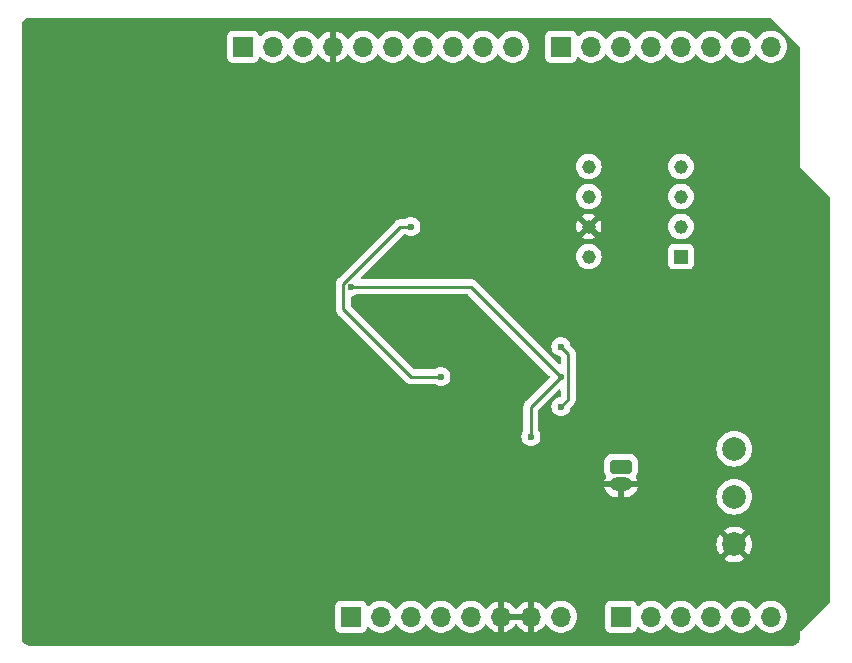
<source format=gbr>
%TF.GenerationSoftware,KiCad,Pcbnew,7.0.11-7.0.11~ubuntu22.04.1*%
%TF.CreationDate,2024-03-05T16:18:53-05:00*%
%TF.ProjectId,PCB,5043422e-6b69-4636-9164-5f7063625858,rev?*%
%TF.SameCoordinates,Original*%
%TF.FileFunction,Copper,L2,Bot*%
%TF.FilePolarity,Positive*%
%FSLAX46Y46*%
G04 Gerber Fmt 4.6, Leading zero omitted, Abs format (unit mm)*
G04 Created by KiCad (PCBNEW 7.0.11-7.0.11~ubuntu22.04.1) date 2024-03-05 16:18:53*
%MOMM*%
%LPD*%
G01*
G04 APERTURE LIST*
G04 Aperture macros list*
%AMRoundRect*
0 Rectangle with rounded corners*
0 $1 Rounding radius*
0 $2 $3 $4 $5 $6 $7 $8 $9 X,Y pos of 4 corners*
0 Add a 4 corners polygon primitive as box body*
4,1,4,$2,$3,$4,$5,$6,$7,$8,$9,$2,$3,0*
0 Add four circle primitives for the rounded corners*
1,1,$1+$1,$2,$3*
1,1,$1+$1,$4,$5*
1,1,$1+$1,$6,$7*
1,1,$1+$1,$8,$9*
0 Add four rect primitives between the rounded corners*
20,1,$1+$1,$2,$3,$4,$5,0*
20,1,$1+$1,$4,$5,$6,$7,0*
20,1,$1+$1,$6,$7,$8,$9,0*
20,1,$1+$1,$8,$9,$2,$3,0*%
G04 Aperture macros list end*
%TA.AperFunction,ComponentPad*%
%ADD10R,1.700000X1.700000*%
%TD*%
%TA.AperFunction,ComponentPad*%
%ADD11O,1.700000X1.700000*%
%TD*%
%TA.AperFunction,ComponentPad*%
%ADD12C,2.000000*%
%TD*%
%TA.AperFunction,ComponentPad*%
%ADD13R,1.159000X1.159000*%
%TD*%
%TA.AperFunction,ComponentPad*%
%ADD14C,1.159000*%
%TD*%
%TA.AperFunction,ComponentPad*%
%ADD15RoundRect,0.250000X-0.685000X0.335000X-0.685000X-0.335000X0.685000X-0.335000X0.685000X0.335000X0*%
%TD*%
%TA.AperFunction,ComponentPad*%
%ADD16O,1.870000X1.170000*%
%TD*%
%TA.AperFunction,ViaPad*%
%ADD17C,0.600000*%
%TD*%
%TA.AperFunction,Conductor*%
%ADD18C,0.250000*%
%TD*%
G04 APERTURE END LIST*
D10*
%TO.P,J1,1,Pin_1*%
%TO.N,unconnected-(J1-Pin_1-Pad1)*%
X127940000Y-97460000D03*
D11*
%TO.P,J1,2,Pin_2*%
%TO.N,/IOREF*%
X130480000Y-97460000D03*
%TO.P,J1,3,Pin_3*%
%TO.N,/~{RESET}*%
X133020000Y-97460000D03*
%TO.P,J1,4,Pin_4*%
%TO.N,+3V3*%
X135560000Y-97460000D03*
%TO.P,J1,5,Pin_5*%
%TO.N,+5V*%
X138100000Y-97460000D03*
%TO.P,J1,6,Pin_6*%
%TO.N,GND*%
X140640000Y-97460000D03*
%TO.P,J1,7,Pin_7*%
X143180000Y-97460000D03*
%TO.P,J1,8,Pin_8*%
%TO.N,VCC*%
X145720000Y-97460000D03*
%TD*%
D10*
%TO.P,J3,1,Pin_1*%
%TO.N,/A0*%
X150800000Y-97460000D03*
D11*
%TO.P,J3,2,Pin_2*%
%TO.N,/A1*%
X153340000Y-97460000D03*
%TO.P,J3,3,Pin_3*%
%TO.N,/A2*%
X155880000Y-97460000D03*
%TO.P,J3,4,Pin_4*%
%TO.N,/A3*%
X158420000Y-97460000D03*
%TO.P,J3,5,Pin_5*%
%TO.N,/SDA{slash}A4*%
X160960000Y-97460000D03*
%TO.P,J3,6,Pin_6*%
%TO.N,/SCL{slash}A5*%
X163500000Y-97460000D03*
%TD*%
D10*
%TO.P,J2,1,Pin_1*%
%TO.N,unconnected-(J2-Pin_1-Pad1)*%
X118796000Y-49200000D03*
D11*
%TO.P,J2,2,Pin_2*%
%TO.N,unconnected-(J2-Pin_2-Pad2)*%
X121336000Y-49200000D03*
%TO.P,J2,3,Pin_3*%
%TO.N,/AREF*%
X123876000Y-49200000D03*
%TO.P,J2,4,Pin_4*%
%TO.N,GND*%
X126416000Y-49200000D03*
%TO.P,J2,5,Pin_5*%
%TO.N,/13*%
X128956000Y-49200000D03*
%TO.P,J2,6,Pin_6*%
%TO.N,/12*%
X131496000Y-49200000D03*
%TO.P,J2,7,Pin_7*%
%TO.N,/\u002A11*%
X134036000Y-49200000D03*
%TO.P,J2,8,Pin_8*%
%TO.N,/\u002A10*%
X136576000Y-49200000D03*
%TO.P,J2,9,Pin_9*%
%TO.N,/\u002A9*%
X139116000Y-49200000D03*
%TO.P,J2,10,Pin_10*%
%TO.N,/8*%
X141656000Y-49200000D03*
%TD*%
D10*
%TO.P,J4,1,Pin_1*%
%TO.N,/7*%
X145720000Y-49200000D03*
D11*
%TO.P,J4,2,Pin_2*%
%TO.N,/\u002A6*%
X148260000Y-49200000D03*
%TO.P,J4,3,Pin_3*%
%TO.N,/\u002A5*%
X150800000Y-49200000D03*
%TO.P,J4,4,Pin_4*%
%TO.N,/4*%
X153340000Y-49200000D03*
%TO.P,J4,5,Pin_5*%
%TO.N,/\u002A3*%
X155880000Y-49200000D03*
%TO.P,J4,6,Pin_6*%
%TO.N,/2*%
X158420000Y-49200000D03*
%TO.P,J4,7,Pin_7*%
%TO.N,/TX{slash}1*%
X160960000Y-49200000D03*
%TO.P,J4,8,Pin_8*%
%TO.N,/RX{slash}0*%
X163500000Y-49200000D03*
%TD*%
D12*
%TO.P,J8,1,Pin_1*%
%TO.N,GND*%
X160401200Y-91350000D03*
%TD*%
D13*
%TO.P,U1,1,Vdd*%
%TO.N,+5V*%
X155880000Y-66980000D03*
D14*
%TO.P,U1,2,~{CS}*%
%TO.N,/\u002A6*%
X155880000Y-64440000D03*
%TO.P,U1,3,SCK*%
%TO.N,/\u002A5*%
X155880000Y-61900000D03*
%TO.P,U1,4,SDI*%
%TO.N,/4*%
X155880000Y-59360000D03*
%TO.P,U1,5,~{LDAC}*%
%TO.N,/7*%
X148070000Y-59360000D03*
%TO.P,U1,6,Vref*%
%TO.N,Net-(U1-Vref)*%
X148070000Y-61900000D03*
%TO.P,U1,7,Vss*%
%TO.N,GND*%
X148070000Y-64440000D03*
%TO.P,U1,8,Vout*%
%TO.N,Net-(U1-Vout)*%
X148070000Y-66980000D03*
%TD*%
D12*
%TO.P,J5,1,Pin_1*%
%TO.N,HT*%
X160401200Y-83250000D03*
%TD*%
D15*
%TO.P,J6,1,Pin_1*%
%TO.N,Net-(J6-Pin_1)*%
X150800000Y-84760000D03*
D16*
%TO.P,J6,2,Pin_2*%
%TO.N,GND*%
X150800000Y-86260000D03*
%TD*%
D12*
%TO.P,J7,1,Pin_1*%
%TO.N,-VSW*%
X160401200Y-87300000D03*
%TD*%
D17*
%TO.N,GND*%
X151562000Y-72060000D03*
X149022000Y-78029000D03*
X139878000Y-68250000D03*
X137465000Y-73711000D03*
X132512000Y-73711000D03*
X127305000Y-56820000D03*
%TO.N,Net-(C1-Pad1)*%
X135560000Y-77140000D03*
X133020000Y-64440000D03*
%TO.N,Net-(C2-Pad2)*%
X143180000Y-82220000D03*
X145720000Y-77140000D03*
X127940000Y-69520000D03*
%TO.N,Net-(U2-Pad5)*%
X145720000Y-74600000D03*
X145720000Y-79680000D03*
%TD*%
D18*
%TO.N,Net-(C1-Pad1)*%
X127315000Y-71435000D02*
X133020000Y-77140000D01*
X127315000Y-69261116D02*
X127315000Y-71435000D01*
X132136116Y-64440000D02*
X127315000Y-69261116D01*
X133020000Y-77140000D02*
X135560000Y-77140000D01*
X133020000Y-64440000D02*
X132136116Y-64440000D01*
%TO.N,Net-(C2-Pad2)*%
X127940000Y-69520000D02*
X138100000Y-69520000D01*
X138100000Y-69520000D02*
X145720000Y-77140000D01*
X145720000Y-77140000D02*
X143180000Y-79680000D01*
X143180000Y-79680000D02*
X143180000Y-82220000D01*
%TO.N,Net-(U2-Pad5)*%
X146345000Y-79055000D02*
X145720000Y-79680000D01*
X145720000Y-74600000D02*
X146345000Y-75225000D01*
X146345000Y-75225000D02*
X146345000Y-79055000D01*
%TD*%
%TA.AperFunction,Conductor*%
%TO.N,GND*%
G36*
X142720507Y-97250156D02*
G01*
X142680000Y-97388111D01*
X142680000Y-97531889D01*
X142720507Y-97669844D01*
X142746314Y-97710000D01*
X141073686Y-97710000D01*
X141099493Y-97669844D01*
X141140000Y-97531889D01*
X141140000Y-97388111D01*
X141099493Y-97250156D01*
X141073686Y-97210000D01*
X142746314Y-97210000D01*
X142720507Y-97250156D01*
G37*
%TD.AperFunction*%
%TA.AperFunction,Conductor*%
G36*
X163484404Y-46755185D02*
G01*
X163505046Y-46771819D01*
X165928181Y-49194954D01*
X165961666Y-49256277D01*
X165964500Y-49282635D01*
X165964500Y-59315019D01*
X165961963Y-59334292D01*
X165964028Y-59357896D01*
X165964500Y-59368702D01*
X165964500Y-59373315D01*
X165965300Y-59377855D01*
X165966710Y-59388564D01*
X165967181Y-59393956D01*
X165971651Y-59403541D01*
X165978451Y-59411644D01*
X165978452Y-59411645D01*
X165979500Y-59412250D01*
X166005185Y-59431958D01*
X168468181Y-61894954D01*
X168501666Y-61956277D01*
X168504500Y-61982635D01*
X168504500Y-96107363D01*
X168484815Y-96174402D01*
X168468181Y-96195044D01*
X166018418Y-98644806D01*
X166003001Y-98656636D01*
X165987760Y-98674799D01*
X165980464Y-98682761D01*
X165977197Y-98686027D01*
X165974546Y-98689814D01*
X165967975Y-98698378D01*
X165964501Y-98702518D01*
X165960881Y-98712463D01*
X165959960Y-98722998D01*
X165960274Y-98724169D01*
X165964500Y-98756265D01*
X165964500Y-99231907D01*
X165963903Y-99244062D01*
X165952505Y-99359778D01*
X165947763Y-99383618D01*
X165917832Y-99482290D01*
X165915789Y-99489024D01*
X165906486Y-99511482D01*
X165854561Y-99608627D01*
X165841056Y-99628839D01*
X165771176Y-99713988D01*
X165753988Y-99731176D01*
X165668839Y-99801056D01*
X165648627Y-99814561D01*
X165551482Y-99866486D01*
X165529028Y-99875787D01*
X165487028Y-99888528D01*
X165423618Y-99907763D01*
X165399778Y-99912505D01*
X165291162Y-99923203D01*
X165284060Y-99923903D01*
X165271907Y-99924500D01*
X100768093Y-99924500D01*
X100755939Y-99923903D01*
X100747995Y-99923120D01*
X100640221Y-99912505D01*
X100616381Y-99907763D01*
X100599445Y-99902625D01*
X100510968Y-99875786D01*
X100488517Y-99866486D01*
X100391372Y-99814561D01*
X100371160Y-99801056D01*
X100286011Y-99731176D01*
X100268823Y-99713988D01*
X100198943Y-99628839D01*
X100185438Y-99608627D01*
X100133510Y-99511476D01*
X100124215Y-99489037D01*
X100092234Y-99383612D01*
X100087494Y-99359777D01*
X100076097Y-99244061D01*
X100075500Y-99231907D01*
X100075500Y-98358654D01*
X126581500Y-98358654D01*
X126588011Y-98419202D01*
X126588011Y-98419204D01*
X126639111Y-98556204D01*
X126726739Y-98673261D01*
X126843796Y-98760889D01*
X126980799Y-98811989D01*
X127008050Y-98814918D01*
X127041345Y-98818499D01*
X127041362Y-98818500D01*
X128838638Y-98818500D01*
X128838654Y-98818499D01*
X128865692Y-98815591D01*
X128899201Y-98811989D01*
X129036204Y-98760889D01*
X129153261Y-98673261D01*
X129240889Y-98556204D01*
X129286138Y-98434887D01*
X129328009Y-98378956D01*
X129393474Y-98354539D01*
X129461746Y-98369391D01*
X129493545Y-98394236D01*
X129556760Y-98462906D01*
X129734424Y-98601189D01*
X129734425Y-98601189D01*
X129734427Y-98601191D01*
X129794314Y-98633600D01*
X129932426Y-98708342D01*
X130145365Y-98781444D01*
X130367431Y-98818500D01*
X130592569Y-98818500D01*
X130814635Y-98781444D01*
X131027574Y-98708342D01*
X131225576Y-98601189D01*
X131403240Y-98462906D01*
X131524594Y-98331082D01*
X131555715Y-98297276D01*
X131555715Y-98297275D01*
X131555722Y-98297268D01*
X131646193Y-98158790D01*
X131699338Y-98113437D01*
X131768569Y-98104013D01*
X131831905Y-98133515D01*
X131853804Y-98158787D01*
X131944278Y-98297268D01*
X131944283Y-98297273D01*
X131944284Y-98297276D01*
X132070968Y-98434889D01*
X132096760Y-98462906D01*
X132274424Y-98601189D01*
X132274425Y-98601189D01*
X132274427Y-98601191D01*
X132334314Y-98633600D01*
X132472426Y-98708342D01*
X132685365Y-98781444D01*
X132907431Y-98818500D01*
X133132569Y-98818500D01*
X133354635Y-98781444D01*
X133567574Y-98708342D01*
X133765576Y-98601189D01*
X133943240Y-98462906D01*
X134064594Y-98331082D01*
X134095715Y-98297276D01*
X134095715Y-98297275D01*
X134095722Y-98297268D01*
X134186193Y-98158790D01*
X134239338Y-98113437D01*
X134308569Y-98104013D01*
X134371905Y-98133515D01*
X134393804Y-98158787D01*
X134484278Y-98297268D01*
X134484283Y-98297273D01*
X134484284Y-98297276D01*
X134610968Y-98434889D01*
X134636760Y-98462906D01*
X134814424Y-98601189D01*
X134814425Y-98601189D01*
X134814427Y-98601191D01*
X134874314Y-98633600D01*
X135012426Y-98708342D01*
X135225365Y-98781444D01*
X135447431Y-98818500D01*
X135672569Y-98818500D01*
X135894635Y-98781444D01*
X136107574Y-98708342D01*
X136305576Y-98601189D01*
X136483240Y-98462906D01*
X136604594Y-98331082D01*
X136635715Y-98297276D01*
X136635715Y-98297275D01*
X136635722Y-98297268D01*
X136726193Y-98158790D01*
X136779338Y-98113437D01*
X136848569Y-98104013D01*
X136911905Y-98133515D01*
X136933804Y-98158787D01*
X137024278Y-98297268D01*
X137024283Y-98297273D01*
X137024284Y-98297276D01*
X137150968Y-98434889D01*
X137176760Y-98462906D01*
X137354424Y-98601189D01*
X137354425Y-98601189D01*
X137354427Y-98601191D01*
X137414314Y-98633600D01*
X137552426Y-98708342D01*
X137765365Y-98781444D01*
X137987431Y-98818500D01*
X138212569Y-98818500D01*
X138434635Y-98781444D01*
X138647574Y-98708342D01*
X138845576Y-98601189D01*
X139023240Y-98462906D01*
X139144594Y-98331082D01*
X139175715Y-98297276D01*
X139175715Y-98297275D01*
X139175722Y-98297268D01*
X139269749Y-98153347D01*
X139322894Y-98107994D01*
X139392125Y-98098570D01*
X139455461Y-98128072D01*
X139475130Y-98150048D01*
X139601890Y-98331078D01*
X139768917Y-98498105D01*
X139962421Y-98633600D01*
X140176507Y-98733429D01*
X140176516Y-98733433D01*
X140390000Y-98790634D01*
X140390000Y-97895501D01*
X140497685Y-97944680D01*
X140604237Y-97960000D01*
X140675763Y-97960000D01*
X140782315Y-97944680D01*
X140890000Y-97895501D01*
X140890000Y-98790633D01*
X141103483Y-98733433D01*
X141103492Y-98733429D01*
X141317578Y-98633600D01*
X141511082Y-98498105D01*
X141678105Y-98331082D01*
X141808425Y-98144968D01*
X141863002Y-98101344D01*
X141932501Y-98094151D01*
X141994855Y-98125673D01*
X142011575Y-98144968D01*
X142141894Y-98331082D01*
X142308917Y-98498105D01*
X142502421Y-98633600D01*
X142716507Y-98733429D01*
X142716516Y-98733433D01*
X142930000Y-98790634D01*
X142930000Y-97895501D01*
X143037685Y-97944680D01*
X143144237Y-97960000D01*
X143215763Y-97960000D01*
X143322315Y-97944680D01*
X143430000Y-97895501D01*
X143430000Y-98790633D01*
X143643483Y-98733433D01*
X143643492Y-98733429D01*
X143857578Y-98633600D01*
X144051082Y-98498105D01*
X144218105Y-98331082D01*
X144344868Y-98150048D01*
X144399445Y-98106423D01*
X144468944Y-98099231D01*
X144531298Y-98130753D01*
X144550251Y-98153350D01*
X144644276Y-98297265D01*
X144644284Y-98297276D01*
X144770968Y-98434889D01*
X144796760Y-98462906D01*
X144974424Y-98601189D01*
X144974425Y-98601189D01*
X144974427Y-98601191D01*
X145034314Y-98633600D01*
X145172426Y-98708342D01*
X145385365Y-98781444D01*
X145607431Y-98818500D01*
X145832569Y-98818500D01*
X146054635Y-98781444D01*
X146267574Y-98708342D01*
X146465576Y-98601189D01*
X146643240Y-98462906D01*
X146739212Y-98358654D01*
X149441500Y-98358654D01*
X149448011Y-98419202D01*
X149448011Y-98419204D01*
X149499111Y-98556204D01*
X149586739Y-98673261D01*
X149703796Y-98760889D01*
X149840799Y-98811989D01*
X149868050Y-98814918D01*
X149901345Y-98818499D01*
X149901362Y-98818500D01*
X151698638Y-98818500D01*
X151698654Y-98818499D01*
X151725692Y-98815591D01*
X151759201Y-98811989D01*
X151896204Y-98760889D01*
X152013261Y-98673261D01*
X152100889Y-98556204D01*
X152146138Y-98434887D01*
X152188009Y-98378956D01*
X152253474Y-98354539D01*
X152321746Y-98369391D01*
X152353545Y-98394236D01*
X152416760Y-98462906D01*
X152594424Y-98601189D01*
X152594425Y-98601189D01*
X152594427Y-98601191D01*
X152654314Y-98633600D01*
X152792426Y-98708342D01*
X153005365Y-98781444D01*
X153227431Y-98818500D01*
X153452569Y-98818500D01*
X153674635Y-98781444D01*
X153887574Y-98708342D01*
X154085576Y-98601189D01*
X154263240Y-98462906D01*
X154384594Y-98331082D01*
X154415715Y-98297276D01*
X154415715Y-98297275D01*
X154415722Y-98297268D01*
X154506193Y-98158790D01*
X154559338Y-98113437D01*
X154628569Y-98104013D01*
X154691905Y-98133515D01*
X154713804Y-98158787D01*
X154804278Y-98297268D01*
X154804283Y-98297273D01*
X154804284Y-98297276D01*
X154930968Y-98434889D01*
X154956760Y-98462906D01*
X155134424Y-98601189D01*
X155134425Y-98601189D01*
X155134427Y-98601191D01*
X155194314Y-98633600D01*
X155332426Y-98708342D01*
X155545365Y-98781444D01*
X155767431Y-98818500D01*
X155992569Y-98818500D01*
X156214635Y-98781444D01*
X156427574Y-98708342D01*
X156625576Y-98601189D01*
X156803240Y-98462906D01*
X156924594Y-98331082D01*
X156955715Y-98297276D01*
X156955715Y-98297275D01*
X156955722Y-98297268D01*
X157046193Y-98158790D01*
X157099338Y-98113437D01*
X157168569Y-98104013D01*
X157231905Y-98133515D01*
X157253804Y-98158787D01*
X157344278Y-98297268D01*
X157344283Y-98297273D01*
X157344284Y-98297276D01*
X157470968Y-98434889D01*
X157496760Y-98462906D01*
X157674424Y-98601189D01*
X157674425Y-98601189D01*
X157674427Y-98601191D01*
X157734314Y-98633600D01*
X157872426Y-98708342D01*
X158085365Y-98781444D01*
X158307431Y-98818500D01*
X158532569Y-98818500D01*
X158754635Y-98781444D01*
X158967574Y-98708342D01*
X159165576Y-98601189D01*
X159343240Y-98462906D01*
X159464594Y-98331082D01*
X159495715Y-98297276D01*
X159495715Y-98297275D01*
X159495722Y-98297268D01*
X159586193Y-98158790D01*
X159639338Y-98113437D01*
X159708569Y-98104013D01*
X159771905Y-98133515D01*
X159793804Y-98158787D01*
X159884278Y-98297268D01*
X159884283Y-98297273D01*
X159884284Y-98297276D01*
X160010968Y-98434889D01*
X160036760Y-98462906D01*
X160214424Y-98601189D01*
X160214425Y-98601189D01*
X160214427Y-98601191D01*
X160274314Y-98633600D01*
X160412426Y-98708342D01*
X160625365Y-98781444D01*
X160847431Y-98818500D01*
X161072569Y-98818500D01*
X161294635Y-98781444D01*
X161507574Y-98708342D01*
X161705576Y-98601189D01*
X161883240Y-98462906D01*
X162004594Y-98331082D01*
X162035715Y-98297276D01*
X162035715Y-98297275D01*
X162035722Y-98297268D01*
X162126193Y-98158790D01*
X162179338Y-98113437D01*
X162248569Y-98104013D01*
X162311905Y-98133515D01*
X162333804Y-98158787D01*
X162424278Y-98297268D01*
X162424283Y-98297273D01*
X162424284Y-98297276D01*
X162550968Y-98434889D01*
X162576760Y-98462906D01*
X162754424Y-98601189D01*
X162754425Y-98601189D01*
X162754427Y-98601191D01*
X162814314Y-98633600D01*
X162952426Y-98708342D01*
X163165365Y-98781444D01*
X163387431Y-98818500D01*
X163612569Y-98818500D01*
X163834635Y-98781444D01*
X164047574Y-98708342D01*
X164245576Y-98601189D01*
X164423240Y-98462906D01*
X164544594Y-98331082D01*
X164575715Y-98297276D01*
X164575717Y-98297273D01*
X164575722Y-98297268D01*
X164698860Y-98108791D01*
X164789296Y-97902616D01*
X164844564Y-97684368D01*
X164863156Y-97460000D01*
X164844564Y-97235632D01*
X164789296Y-97017384D01*
X164698860Y-96811209D01*
X164682706Y-96786484D01*
X164575723Y-96622734D01*
X164575715Y-96622723D01*
X164423243Y-96457097D01*
X164423238Y-96457092D01*
X164245577Y-96318812D01*
X164245572Y-96318808D01*
X164047580Y-96211661D01*
X164047577Y-96211659D01*
X164047574Y-96211658D01*
X164047571Y-96211657D01*
X164047569Y-96211656D01*
X163834637Y-96138556D01*
X163612569Y-96101500D01*
X163387431Y-96101500D01*
X163165362Y-96138556D01*
X162952430Y-96211656D01*
X162952419Y-96211661D01*
X162754427Y-96318808D01*
X162754422Y-96318812D01*
X162576761Y-96457092D01*
X162576756Y-96457097D01*
X162424284Y-96622723D01*
X162424276Y-96622734D01*
X162333808Y-96761206D01*
X162280662Y-96806562D01*
X162211431Y-96815986D01*
X162148095Y-96786484D01*
X162126192Y-96761206D01*
X162035723Y-96622734D01*
X162035715Y-96622723D01*
X161883243Y-96457097D01*
X161883238Y-96457092D01*
X161705577Y-96318812D01*
X161705572Y-96318808D01*
X161507580Y-96211661D01*
X161507577Y-96211659D01*
X161507574Y-96211658D01*
X161507571Y-96211657D01*
X161507569Y-96211656D01*
X161294637Y-96138556D01*
X161072569Y-96101500D01*
X160847431Y-96101500D01*
X160625362Y-96138556D01*
X160412430Y-96211656D01*
X160412419Y-96211661D01*
X160214427Y-96318808D01*
X160214422Y-96318812D01*
X160036761Y-96457092D01*
X160036756Y-96457097D01*
X159884284Y-96622723D01*
X159884276Y-96622734D01*
X159793808Y-96761206D01*
X159740662Y-96806562D01*
X159671431Y-96815986D01*
X159608095Y-96786484D01*
X159586192Y-96761206D01*
X159495723Y-96622734D01*
X159495715Y-96622723D01*
X159343243Y-96457097D01*
X159343238Y-96457092D01*
X159165577Y-96318812D01*
X159165572Y-96318808D01*
X158967580Y-96211661D01*
X158967577Y-96211659D01*
X158967574Y-96211658D01*
X158967571Y-96211657D01*
X158967569Y-96211656D01*
X158754637Y-96138556D01*
X158532569Y-96101500D01*
X158307431Y-96101500D01*
X158085362Y-96138556D01*
X157872430Y-96211656D01*
X157872419Y-96211661D01*
X157674427Y-96318808D01*
X157674422Y-96318812D01*
X157496761Y-96457092D01*
X157496756Y-96457097D01*
X157344284Y-96622723D01*
X157344276Y-96622734D01*
X157253808Y-96761206D01*
X157200662Y-96806562D01*
X157131431Y-96815986D01*
X157068095Y-96786484D01*
X157046192Y-96761206D01*
X156955723Y-96622734D01*
X156955715Y-96622723D01*
X156803243Y-96457097D01*
X156803238Y-96457092D01*
X156625577Y-96318812D01*
X156625572Y-96318808D01*
X156427580Y-96211661D01*
X156427577Y-96211659D01*
X156427574Y-96211658D01*
X156427571Y-96211657D01*
X156427569Y-96211656D01*
X156214637Y-96138556D01*
X155992569Y-96101500D01*
X155767431Y-96101500D01*
X155545362Y-96138556D01*
X155332430Y-96211656D01*
X155332419Y-96211661D01*
X155134427Y-96318808D01*
X155134422Y-96318812D01*
X154956761Y-96457092D01*
X154956756Y-96457097D01*
X154804284Y-96622723D01*
X154804276Y-96622734D01*
X154713808Y-96761206D01*
X154660662Y-96806562D01*
X154591431Y-96815986D01*
X154528095Y-96786484D01*
X154506192Y-96761206D01*
X154415723Y-96622734D01*
X154415715Y-96622723D01*
X154263243Y-96457097D01*
X154263238Y-96457092D01*
X154085577Y-96318812D01*
X154085572Y-96318808D01*
X153887580Y-96211661D01*
X153887577Y-96211659D01*
X153887574Y-96211658D01*
X153887571Y-96211657D01*
X153887569Y-96211656D01*
X153674637Y-96138556D01*
X153452569Y-96101500D01*
X153227431Y-96101500D01*
X153005362Y-96138556D01*
X152792430Y-96211656D01*
X152792419Y-96211661D01*
X152594427Y-96318808D01*
X152594422Y-96318812D01*
X152416761Y-96457092D01*
X152353548Y-96525760D01*
X152293661Y-96561750D01*
X152223823Y-96559649D01*
X152166207Y-96520124D01*
X152146138Y-96485110D01*
X152100889Y-96363796D01*
X152067214Y-96318812D01*
X152013261Y-96246739D01*
X151896204Y-96159111D01*
X151895172Y-96158726D01*
X151759203Y-96108011D01*
X151698654Y-96101500D01*
X151698638Y-96101500D01*
X149901362Y-96101500D01*
X149901345Y-96101500D01*
X149840797Y-96108011D01*
X149840795Y-96108011D01*
X149703795Y-96159111D01*
X149586739Y-96246739D01*
X149499111Y-96363795D01*
X149448011Y-96500795D01*
X149448011Y-96500797D01*
X149441500Y-96561345D01*
X149441500Y-98358654D01*
X146739212Y-98358654D01*
X146764594Y-98331082D01*
X146795715Y-98297276D01*
X146795717Y-98297273D01*
X146795722Y-98297268D01*
X146918860Y-98108791D01*
X147009296Y-97902616D01*
X147064564Y-97684368D01*
X147083156Y-97460000D01*
X147064564Y-97235632D01*
X147009296Y-97017384D01*
X146918860Y-96811209D01*
X146902706Y-96786484D01*
X146795723Y-96622734D01*
X146795715Y-96622723D01*
X146643243Y-96457097D01*
X146643238Y-96457092D01*
X146465577Y-96318812D01*
X146465572Y-96318808D01*
X146267580Y-96211661D01*
X146267577Y-96211659D01*
X146267574Y-96211658D01*
X146267571Y-96211657D01*
X146267569Y-96211656D01*
X146054637Y-96138556D01*
X145832569Y-96101500D01*
X145607431Y-96101500D01*
X145385362Y-96138556D01*
X145172430Y-96211656D01*
X145172419Y-96211661D01*
X144974427Y-96318808D01*
X144974422Y-96318812D01*
X144796761Y-96457092D01*
X144796756Y-96457097D01*
X144644284Y-96622723D01*
X144644276Y-96622734D01*
X144550251Y-96766650D01*
X144497105Y-96812007D01*
X144427873Y-96821430D01*
X144364538Y-96791928D01*
X144344868Y-96769951D01*
X144218113Y-96588926D01*
X144218108Y-96588920D01*
X144051082Y-96421894D01*
X143857578Y-96286399D01*
X143643492Y-96186570D01*
X143643486Y-96186567D01*
X143430000Y-96129364D01*
X143430000Y-97024498D01*
X143322315Y-96975320D01*
X143215763Y-96960000D01*
X143144237Y-96960000D01*
X143037685Y-96975320D01*
X142930000Y-97024498D01*
X142930000Y-96129364D01*
X142929999Y-96129364D01*
X142716513Y-96186567D01*
X142716507Y-96186570D01*
X142502422Y-96286399D01*
X142502420Y-96286400D01*
X142308926Y-96421886D01*
X142308920Y-96421891D01*
X142141891Y-96588920D01*
X142141890Y-96588922D01*
X142011575Y-96775031D01*
X141956998Y-96818655D01*
X141887499Y-96825848D01*
X141825145Y-96794326D01*
X141808425Y-96775031D01*
X141678109Y-96588922D01*
X141678108Y-96588920D01*
X141511082Y-96421894D01*
X141317578Y-96286399D01*
X141103492Y-96186570D01*
X141103486Y-96186567D01*
X140890000Y-96129364D01*
X140890000Y-97024498D01*
X140782315Y-96975320D01*
X140675763Y-96960000D01*
X140604237Y-96960000D01*
X140497685Y-96975320D01*
X140390000Y-97024498D01*
X140390000Y-96129364D01*
X140389999Y-96129364D01*
X140176513Y-96186567D01*
X140176507Y-96186570D01*
X139962422Y-96286399D01*
X139962420Y-96286400D01*
X139768926Y-96421886D01*
X139768920Y-96421891D01*
X139601891Y-96588920D01*
X139601890Y-96588922D01*
X139475131Y-96769952D01*
X139420554Y-96813577D01*
X139351055Y-96820769D01*
X139288701Y-96789247D01*
X139269752Y-96766656D01*
X139175722Y-96622732D01*
X139175715Y-96622725D01*
X139175715Y-96622723D01*
X139023243Y-96457097D01*
X139023238Y-96457092D01*
X138845577Y-96318812D01*
X138845572Y-96318808D01*
X138647580Y-96211661D01*
X138647577Y-96211659D01*
X138647574Y-96211658D01*
X138647571Y-96211657D01*
X138647569Y-96211656D01*
X138434637Y-96138556D01*
X138212569Y-96101500D01*
X137987431Y-96101500D01*
X137765362Y-96138556D01*
X137552430Y-96211656D01*
X137552419Y-96211661D01*
X137354427Y-96318808D01*
X137354422Y-96318812D01*
X137176761Y-96457092D01*
X137176756Y-96457097D01*
X137024284Y-96622723D01*
X137024276Y-96622734D01*
X136933808Y-96761206D01*
X136880662Y-96806562D01*
X136811431Y-96815986D01*
X136748095Y-96786484D01*
X136726192Y-96761206D01*
X136635723Y-96622734D01*
X136635715Y-96622723D01*
X136483243Y-96457097D01*
X136483238Y-96457092D01*
X136305577Y-96318812D01*
X136305572Y-96318808D01*
X136107580Y-96211661D01*
X136107577Y-96211659D01*
X136107574Y-96211658D01*
X136107571Y-96211657D01*
X136107569Y-96211656D01*
X135894637Y-96138556D01*
X135672569Y-96101500D01*
X135447431Y-96101500D01*
X135225362Y-96138556D01*
X135012430Y-96211656D01*
X135012419Y-96211661D01*
X134814427Y-96318808D01*
X134814422Y-96318812D01*
X134636761Y-96457092D01*
X134636756Y-96457097D01*
X134484284Y-96622723D01*
X134484276Y-96622734D01*
X134393808Y-96761206D01*
X134340662Y-96806562D01*
X134271431Y-96815986D01*
X134208095Y-96786484D01*
X134186192Y-96761206D01*
X134095723Y-96622734D01*
X134095715Y-96622723D01*
X133943243Y-96457097D01*
X133943238Y-96457092D01*
X133765577Y-96318812D01*
X133765572Y-96318808D01*
X133567580Y-96211661D01*
X133567577Y-96211659D01*
X133567574Y-96211658D01*
X133567571Y-96211657D01*
X133567569Y-96211656D01*
X133354637Y-96138556D01*
X133132569Y-96101500D01*
X132907431Y-96101500D01*
X132685362Y-96138556D01*
X132472430Y-96211656D01*
X132472419Y-96211661D01*
X132274427Y-96318808D01*
X132274422Y-96318812D01*
X132096761Y-96457092D01*
X132096756Y-96457097D01*
X131944284Y-96622723D01*
X131944276Y-96622734D01*
X131853808Y-96761206D01*
X131800662Y-96806562D01*
X131731431Y-96815986D01*
X131668095Y-96786484D01*
X131646192Y-96761206D01*
X131555723Y-96622734D01*
X131555715Y-96622723D01*
X131403243Y-96457097D01*
X131403238Y-96457092D01*
X131225577Y-96318812D01*
X131225572Y-96318808D01*
X131027580Y-96211661D01*
X131027577Y-96211659D01*
X131027574Y-96211658D01*
X131027571Y-96211657D01*
X131027569Y-96211656D01*
X130814637Y-96138556D01*
X130592569Y-96101500D01*
X130367431Y-96101500D01*
X130145362Y-96138556D01*
X129932430Y-96211656D01*
X129932419Y-96211661D01*
X129734427Y-96318808D01*
X129734422Y-96318812D01*
X129556761Y-96457092D01*
X129493548Y-96525760D01*
X129433661Y-96561750D01*
X129363823Y-96559649D01*
X129306207Y-96520124D01*
X129286138Y-96485110D01*
X129240889Y-96363796D01*
X129207214Y-96318812D01*
X129153261Y-96246739D01*
X129036204Y-96159111D01*
X129035172Y-96158726D01*
X128899203Y-96108011D01*
X128838654Y-96101500D01*
X128838638Y-96101500D01*
X127041362Y-96101500D01*
X127041345Y-96101500D01*
X126980797Y-96108011D01*
X126980795Y-96108011D01*
X126843795Y-96159111D01*
X126726739Y-96246739D01*
X126639111Y-96363795D01*
X126588011Y-96500795D01*
X126588011Y-96500797D01*
X126581500Y-96561345D01*
X126581500Y-98358654D01*
X100075500Y-98358654D01*
X100075500Y-91350005D01*
X158896059Y-91350005D01*
X158916585Y-91597729D01*
X158916587Y-91597738D01*
X158977612Y-91838717D01*
X159077466Y-92066364D01*
X159177764Y-92219882D01*
X159918123Y-91479523D01*
X159941707Y-91559844D01*
X160019439Y-91680798D01*
X160128100Y-91774952D01*
X160258885Y-91834680D01*
X160268666Y-91836086D01*
X159531142Y-92573609D01*
X159577968Y-92610055D01*
X159577970Y-92610056D01*
X159796585Y-92728364D01*
X159796596Y-92728369D01*
X160031706Y-92809083D01*
X160276907Y-92850000D01*
X160525493Y-92850000D01*
X160770693Y-92809083D01*
X161005803Y-92728369D01*
X161005814Y-92728364D01*
X161224428Y-92610057D01*
X161224431Y-92610055D01*
X161271256Y-92573609D01*
X160533733Y-91836086D01*
X160543515Y-91834680D01*
X160674300Y-91774952D01*
X160782961Y-91680798D01*
X160860693Y-91559844D01*
X160884276Y-91479524D01*
X161624634Y-92219882D01*
X161724931Y-92066369D01*
X161824787Y-91838717D01*
X161885812Y-91597738D01*
X161885814Y-91597729D01*
X161906341Y-91350005D01*
X161906341Y-91349994D01*
X161885814Y-91102270D01*
X161885812Y-91102261D01*
X161824787Y-90861282D01*
X161724931Y-90633630D01*
X161624634Y-90480116D01*
X160884276Y-91220475D01*
X160860693Y-91140156D01*
X160782961Y-91019202D01*
X160674300Y-90925048D01*
X160543515Y-90865320D01*
X160533734Y-90863913D01*
X161271257Y-90126390D01*
X161271256Y-90126389D01*
X161224429Y-90089943D01*
X161005814Y-89971635D01*
X161005803Y-89971630D01*
X160770693Y-89890916D01*
X160525493Y-89850000D01*
X160276907Y-89850000D01*
X160031706Y-89890916D01*
X159796596Y-89971630D01*
X159796590Y-89971632D01*
X159577961Y-90089949D01*
X159531142Y-90126388D01*
X159531142Y-90126390D01*
X160268666Y-90863913D01*
X160258885Y-90865320D01*
X160128100Y-90925048D01*
X160019439Y-91019202D01*
X159941707Y-91140156D01*
X159918123Y-91220475D01*
X159177764Y-90480116D01*
X159077467Y-90633632D01*
X158977612Y-90861282D01*
X158916587Y-91102261D01*
X158916585Y-91102270D01*
X158896059Y-91349994D01*
X158896059Y-91350005D01*
X100075500Y-91350005D01*
X100075500Y-85145537D01*
X149356500Y-85145537D01*
X149356501Y-85145553D01*
X149367113Y-85249427D01*
X149422884Y-85417735D01*
X149422886Y-85417740D01*
X149518605Y-85572924D01*
X149537045Y-85640317D01*
X149520454Y-85700020D01*
X149458560Y-85807225D01*
X149390790Y-86003032D01*
X149390789Y-86003038D01*
X149389788Y-86010000D01*
X150442043Y-86010000D01*
X150390497Y-86099282D01*
X150361317Y-86227125D01*
X150371117Y-86357890D01*
X150419024Y-86479956D01*
X150442983Y-86510000D01*
X149394178Y-86510000D01*
X149420012Y-86616486D01*
X149506086Y-86804961D01*
X149506088Y-86804965D01*
X149626285Y-86973759D01*
X149776247Y-87116747D01*
X149950562Y-87228772D01*
X150142931Y-87305785D01*
X150346394Y-87345000D01*
X150550000Y-87345000D01*
X150550000Y-86616034D01*
X150609129Y-86656348D01*
X150734434Y-86695000D01*
X150832596Y-86695000D01*
X150929667Y-86680369D01*
X151047812Y-86623473D01*
X151050000Y-86621442D01*
X151050000Y-87345000D01*
X151201686Y-87345000D01*
X151356261Y-87330239D01*
X151356278Y-87330236D01*
X151459254Y-87300000D01*
X158888035Y-87300000D01*
X158906665Y-87536714D01*
X158962095Y-87767595D01*
X158962095Y-87767597D01*
X159052957Y-87986959D01*
X159052959Y-87986962D01*
X159177020Y-88189410D01*
X159177021Y-88189413D01*
X159177024Y-88189416D01*
X159331231Y-88369969D01*
X159470997Y-88489340D01*
X159511786Y-88524178D01*
X159511789Y-88524179D01*
X159714237Y-88648240D01*
X159714240Y-88648242D01*
X159933603Y-88739104D01*
X159933604Y-88739104D01*
X159933606Y-88739105D01*
X160164489Y-88794535D01*
X160401200Y-88813165D01*
X160637911Y-88794535D01*
X160868794Y-88739105D01*
X160868796Y-88739104D01*
X160868797Y-88739104D01*
X161088159Y-88648242D01*
X161088160Y-88648241D01*
X161088163Y-88648240D01*
X161290616Y-88524176D01*
X161471169Y-88369969D01*
X161625376Y-88189416D01*
X161749440Y-87986963D01*
X161840305Y-87767594D01*
X161895735Y-87536711D01*
X161914365Y-87300000D01*
X161895735Y-87063289D01*
X161840305Y-86832406D01*
X161840304Y-86832403D01*
X161840304Y-86832402D01*
X161749442Y-86613040D01*
X161749440Y-86613037D01*
X161690564Y-86516961D01*
X161625378Y-86410588D01*
X161625378Y-86410586D01*
X161580371Y-86357890D01*
X161471169Y-86230031D01*
X161318082Y-86099282D01*
X161290613Y-86075821D01*
X161290610Y-86075820D01*
X161088162Y-85951759D01*
X161088159Y-85951757D01*
X160868796Y-85860895D01*
X160637914Y-85805465D01*
X160401200Y-85786835D01*
X160164485Y-85805465D01*
X159933604Y-85860895D01*
X159933602Y-85860895D01*
X159714240Y-85951757D01*
X159714237Y-85951759D01*
X159511789Y-86075820D01*
X159511786Y-86075821D01*
X159331231Y-86230031D01*
X159177021Y-86410586D01*
X159177020Y-86410589D01*
X159052959Y-86613037D01*
X159052957Y-86613040D01*
X158962095Y-86832402D01*
X158962095Y-86832404D01*
X158906665Y-87063285D01*
X158888035Y-87300000D01*
X151459254Y-87300000D01*
X151555084Y-87271862D01*
X151739267Y-87176909D01*
X151902138Y-87048825D01*
X151902141Y-87048822D01*
X152037837Y-86892221D01*
X152141439Y-86712776D01*
X152209209Y-86516967D01*
X152209210Y-86516961D01*
X152210212Y-86510000D01*
X151157957Y-86510000D01*
X151209503Y-86420718D01*
X151238683Y-86292875D01*
X151228883Y-86162110D01*
X151180976Y-86040044D01*
X151157017Y-86010000D01*
X152205821Y-86010000D01*
X152179987Y-85903512D01*
X152179986Y-85903510D01*
X152093916Y-85715042D01*
X152093910Y-85715031D01*
X152087954Y-85706668D01*
X152065099Y-85640642D01*
X152081568Y-85572742D01*
X152083420Y-85569639D01*
X152084026Y-85568655D01*
X152084030Y-85568652D01*
X152177115Y-85417738D01*
X152232887Y-85249426D01*
X152243500Y-85145545D01*
X152243499Y-84374456D01*
X152232887Y-84270574D01*
X152177115Y-84102262D01*
X152084030Y-83951348D01*
X151958652Y-83825970D01*
X151807738Y-83732885D01*
X151761592Y-83717594D01*
X151639427Y-83677113D01*
X151535545Y-83666500D01*
X150064462Y-83666500D01*
X150064446Y-83666501D01*
X149960572Y-83677113D01*
X149792264Y-83732884D01*
X149792259Y-83732886D01*
X149641346Y-83825971D01*
X149515971Y-83951346D01*
X149422886Y-84102259D01*
X149422884Y-84102264D01*
X149367113Y-84270572D01*
X149356500Y-84374447D01*
X149356500Y-85145537D01*
X100075500Y-85145537D01*
X100075500Y-83250000D01*
X158888035Y-83250000D01*
X158906665Y-83486714D01*
X158962095Y-83717595D01*
X158962095Y-83717597D01*
X159052957Y-83936959D01*
X159052959Y-83936962D01*
X159177020Y-84139410D01*
X159177021Y-84139413D01*
X159177024Y-84139416D01*
X159331231Y-84319969D01*
X159470997Y-84439340D01*
X159511786Y-84474178D01*
X159511789Y-84474179D01*
X159714237Y-84598240D01*
X159714240Y-84598242D01*
X159933603Y-84689104D01*
X159933604Y-84689104D01*
X159933606Y-84689105D01*
X160164489Y-84744535D01*
X160401200Y-84763165D01*
X160637911Y-84744535D01*
X160868794Y-84689105D01*
X160868796Y-84689104D01*
X160868797Y-84689104D01*
X161088159Y-84598242D01*
X161088160Y-84598241D01*
X161088163Y-84598240D01*
X161290616Y-84474176D01*
X161471169Y-84319969D01*
X161625376Y-84139416D01*
X161749440Y-83936963D01*
X161795415Y-83825970D01*
X161840304Y-83717597D01*
X161840304Y-83717596D01*
X161840305Y-83717594D01*
X161895735Y-83486711D01*
X161914365Y-83250000D01*
X161895735Y-83013289D01*
X161840305Y-82782406D01*
X161840304Y-82782403D01*
X161840304Y-82782402D01*
X161749442Y-82563040D01*
X161749440Y-82563037D01*
X161625379Y-82360589D01*
X161625378Y-82360586D01*
X161505308Y-82220003D01*
X161471169Y-82180031D01*
X161305988Y-82038953D01*
X161290613Y-82025821D01*
X161290610Y-82025820D01*
X161088162Y-81901759D01*
X161088159Y-81901757D01*
X160868796Y-81810895D01*
X160637914Y-81755465D01*
X160401200Y-81736835D01*
X160164485Y-81755465D01*
X159933604Y-81810895D01*
X159933602Y-81810895D01*
X159714240Y-81901757D01*
X159714237Y-81901759D01*
X159511789Y-82025820D01*
X159511786Y-82025821D01*
X159331231Y-82180031D01*
X159177021Y-82360586D01*
X159177020Y-82360589D01*
X159052959Y-82563037D01*
X159052957Y-82563040D01*
X158962095Y-82782402D01*
X158962095Y-82782404D01*
X158906665Y-83013285D01*
X158888035Y-83250000D01*
X100075500Y-83250000D01*
X100075500Y-69241058D01*
X126676780Y-69241058D01*
X126680950Y-69285173D01*
X126681500Y-69296842D01*
X126681500Y-71351366D01*
X126679761Y-71367113D01*
X126680032Y-71367139D01*
X126679298Y-71374905D01*
X126681439Y-71443016D01*
X126681500Y-71446912D01*
X126681500Y-71474859D01*
X126682018Y-71478958D01*
X126682934Y-71490598D01*
X126684326Y-71534889D01*
X126684327Y-71534891D01*
X126690022Y-71554495D01*
X126693967Y-71573542D01*
X126696526Y-71593797D01*
X126696527Y-71593800D01*
X126696528Y-71593804D01*
X126712838Y-71635000D01*
X126716621Y-71646049D01*
X126728981Y-71688592D01*
X126739372Y-71706162D01*
X126747932Y-71723635D01*
X126755447Y-71742617D01*
X126781491Y-71778463D01*
X126787905Y-71788227D01*
X126810458Y-71826362D01*
X126810462Y-71826366D01*
X126824889Y-71840793D01*
X126837526Y-71855588D01*
X126849528Y-71872107D01*
X126882207Y-71899142D01*
X126883668Y-71900350D01*
X126892309Y-71908213D01*
X132512910Y-77528814D01*
X132522816Y-77541178D01*
X132523026Y-77541005D01*
X132527997Y-77547013D01*
X132528000Y-77547018D01*
X132577701Y-77593690D01*
X132580465Y-77596369D01*
X132600230Y-77616134D01*
X132603504Y-77618673D01*
X132612370Y-77626247D01*
X132644678Y-77656586D01*
X132662567Y-77666420D01*
X132678833Y-77677104D01*
X132694959Y-77689613D01*
X132735616Y-77707207D01*
X132746107Y-77712346D01*
X132784940Y-77733695D01*
X132804718Y-77738773D01*
X132823121Y-77745074D01*
X132841852Y-77753180D01*
X132841853Y-77753180D01*
X132841855Y-77753181D01*
X132885618Y-77760111D01*
X132897045Y-77762478D01*
X132939970Y-77773500D01*
X132960390Y-77773500D01*
X132979789Y-77775027D01*
X132999941Y-77778218D01*
X132999942Y-77778219D01*
X132999942Y-77778218D01*
X132999943Y-77778219D01*
X133033713Y-77775027D01*
X133044050Y-77774050D01*
X133055718Y-77773500D01*
X135012840Y-77773500D01*
X135078812Y-77792507D01*
X135206977Y-77873039D01*
X135206980Y-77873041D01*
X135206984Y-77873042D01*
X135206985Y-77873043D01*
X135378953Y-77933217D01*
X135378958Y-77933218D01*
X135559996Y-77953616D01*
X135560000Y-77953616D01*
X135560004Y-77953616D01*
X135741041Y-77933218D01*
X135741044Y-77933217D01*
X135741047Y-77933217D01*
X135913015Y-77873043D01*
X136067281Y-77776111D01*
X136196111Y-77647281D01*
X136293043Y-77493015D01*
X136353217Y-77321047D01*
X136373616Y-77140000D01*
X136370646Y-77113641D01*
X136353218Y-76958958D01*
X136353217Y-76958953D01*
X136293043Y-76786985D01*
X136196111Y-76632719D01*
X136067281Y-76503889D01*
X135913015Y-76406957D01*
X135858693Y-76387949D01*
X135741046Y-76346782D01*
X135741041Y-76346781D01*
X135560004Y-76326384D01*
X135559996Y-76326384D01*
X135378958Y-76346781D01*
X135378953Y-76346782D01*
X135206980Y-76406958D01*
X135206977Y-76406960D01*
X135078812Y-76487493D01*
X135012840Y-76506500D01*
X133333767Y-76506500D01*
X133266728Y-76486815D01*
X133246086Y-76470181D01*
X127984819Y-71208914D01*
X127951334Y-71147591D01*
X127948500Y-71121233D01*
X127948500Y-70443471D01*
X127968185Y-70376432D01*
X128020989Y-70330677D01*
X128058618Y-70320251D01*
X128121041Y-70313218D01*
X128121044Y-70313217D01*
X128121047Y-70313217D01*
X128293015Y-70253043D01*
X128293017Y-70253041D01*
X128293019Y-70253041D01*
X128293022Y-70253039D01*
X128421188Y-70172507D01*
X128487160Y-70153500D01*
X137786234Y-70153500D01*
X137853273Y-70173185D01*
X137873915Y-70189819D01*
X144736414Y-77052318D01*
X144769899Y-77113641D01*
X144764915Y-77183333D01*
X144736414Y-77227680D01*
X142791179Y-79172914D01*
X142778820Y-79182818D01*
X142778993Y-79183027D01*
X142772982Y-79188000D01*
X142726338Y-79237669D01*
X142723633Y-79240460D01*
X142703873Y-79260221D01*
X142703858Y-79260238D01*
X142701317Y-79263513D01*
X142693753Y-79272367D01*
X142663420Y-79304671D01*
X142663412Y-79304681D01*
X142653579Y-79322567D01*
X142642903Y-79338820D01*
X142630386Y-79354957D01*
X142630385Y-79354960D01*
X142612785Y-79395629D01*
X142607648Y-79406115D01*
X142586303Y-79444941D01*
X142586303Y-79444942D01*
X142581225Y-79464720D01*
X142574925Y-79483122D01*
X142566818Y-79501857D01*
X142559888Y-79545609D01*
X142557520Y-79557045D01*
X142546500Y-79599965D01*
X142546500Y-79620384D01*
X142544973Y-79639783D01*
X142541780Y-79659941D01*
X142541780Y-79659942D01*
X142545950Y-79704057D01*
X142546500Y-79715726D01*
X142546500Y-81672839D01*
X142527494Y-81738811D01*
X142446958Y-81866982D01*
X142386782Y-82038953D01*
X142386781Y-82038958D01*
X142366384Y-82219996D01*
X142366384Y-82220003D01*
X142386781Y-82401041D01*
X142386782Y-82401046D01*
X142427949Y-82518693D01*
X142446957Y-82573015D01*
X142543889Y-82727281D01*
X142672719Y-82856111D01*
X142826985Y-82953043D01*
X142998953Y-83013217D01*
X142998958Y-83013218D01*
X143179996Y-83033616D01*
X143180000Y-83033616D01*
X143180004Y-83033616D01*
X143361041Y-83013218D01*
X143361044Y-83013217D01*
X143361047Y-83013217D01*
X143533015Y-82953043D01*
X143687281Y-82856111D01*
X143816111Y-82727281D01*
X143913043Y-82573015D01*
X143973217Y-82401047D01*
X143973218Y-82401041D01*
X143993616Y-82220003D01*
X143993616Y-82219996D01*
X143973218Y-82038958D01*
X143973217Y-82038953D01*
X143968622Y-82025820D01*
X143913043Y-81866985D01*
X143832506Y-81738811D01*
X143813500Y-81672839D01*
X143813500Y-79993766D01*
X143833185Y-79926727D01*
X143849819Y-79906085D01*
X145499819Y-78256085D01*
X145561142Y-78222600D01*
X145630834Y-78227584D01*
X145686767Y-78269456D01*
X145711184Y-78334920D01*
X145711500Y-78343766D01*
X145711500Y-78741231D01*
X145691815Y-78808270D01*
X145675179Y-78828915D01*
X145657939Y-78846154D01*
X145596615Y-78879637D01*
X145584145Y-78881690D01*
X145538955Y-78886782D01*
X145366982Y-78946958D01*
X145212718Y-79043889D01*
X145083889Y-79172718D01*
X144986958Y-79326982D01*
X144926782Y-79498953D01*
X144926781Y-79498958D01*
X144906384Y-79679996D01*
X144906384Y-79680003D01*
X144926781Y-79861041D01*
X144926782Y-79861046D01*
X144942542Y-79906085D01*
X144986957Y-80033015D01*
X145083889Y-80187281D01*
X145212719Y-80316111D01*
X145366985Y-80413043D01*
X145538953Y-80473217D01*
X145538958Y-80473218D01*
X145719996Y-80493616D01*
X145720000Y-80493616D01*
X145720004Y-80493616D01*
X145901041Y-80473218D01*
X145901044Y-80473217D01*
X145901047Y-80473217D01*
X146073015Y-80413043D01*
X146227281Y-80316111D01*
X146356111Y-80187281D01*
X146453043Y-80033015D01*
X146513217Y-79861047D01*
X146518309Y-79815851D01*
X146545374Y-79751439D01*
X146553838Y-79742064D01*
X146733815Y-79562087D01*
X146746180Y-79552183D01*
X146746006Y-79551973D01*
X146752009Y-79547005D01*
X146752018Y-79547000D01*
X146798677Y-79497311D01*
X146801356Y-79494546D01*
X146821134Y-79474770D01*
X146823660Y-79471512D01*
X146831246Y-79462629D01*
X146861586Y-79430321D01*
X146871423Y-79412424D01*
X146882097Y-79396174D01*
X146894613Y-79380041D01*
X146912207Y-79339380D01*
X146917341Y-79328900D01*
X146938695Y-79290060D01*
X146943774Y-79270274D01*
X146950072Y-79251882D01*
X146958181Y-79233145D01*
X146965112Y-79189375D01*
X146967476Y-79177962D01*
X146978500Y-79135030D01*
X146978500Y-79114609D01*
X146980027Y-79095209D01*
X146983219Y-79075057D01*
X146979050Y-79030949D01*
X146978500Y-79019281D01*
X146978500Y-75308626D01*
X146980238Y-75292881D01*
X146979967Y-75292856D01*
X146980701Y-75285093D01*
X146978561Y-75216999D01*
X146978500Y-75213104D01*
X146978500Y-75185150D01*
X146978500Y-75185144D01*
X146977980Y-75181031D01*
X146977064Y-75169389D01*
X146975673Y-75125109D01*
X146973448Y-75117455D01*
X146969977Y-75105508D01*
X146966032Y-75086457D01*
X146963474Y-75066203D01*
X146947165Y-75025011D01*
X146943380Y-75013958D01*
X146931018Y-74971406D01*
X146920625Y-74953833D01*
X146912063Y-74936355D01*
X146904552Y-74917383D01*
X146904550Y-74917380D01*
X146904549Y-74917378D01*
X146878512Y-74881541D01*
X146872098Y-74871778D01*
X146871387Y-74870577D01*
X146849542Y-74833637D01*
X146835108Y-74819203D01*
X146822469Y-74804406D01*
X146810471Y-74787892D01*
X146776336Y-74759653D01*
X146767696Y-74751791D01*
X146553847Y-74537942D01*
X146520362Y-74476619D01*
X146518310Y-74464160D01*
X146513217Y-74418953D01*
X146453043Y-74246985D01*
X146356111Y-74092719D01*
X146227281Y-73963889D01*
X146073015Y-73866957D01*
X146018693Y-73847949D01*
X145901046Y-73806782D01*
X145901041Y-73806781D01*
X145720004Y-73786384D01*
X145719996Y-73786384D01*
X145538958Y-73806781D01*
X145538953Y-73806782D01*
X145366982Y-73866958D01*
X145212718Y-73963889D01*
X145083889Y-74092718D01*
X144986958Y-74246982D01*
X144926782Y-74418953D01*
X144926781Y-74418958D01*
X144906384Y-74599996D01*
X144906384Y-74600003D01*
X144926781Y-74781041D01*
X144926782Y-74781046D01*
X144961947Y-74881541D01*
X144986957Y-74953015D01*
X145083889Y-75107281D01*
X145212719Y-75236111D01*
X145366985Y-75333043D01*
X145538953Y-75393217D01*
X145584147Y-75398309D01*
X145648559Y-75425374D01*
X145657944Y-75433848D01*
X145675181Y-75451085D01*
X145708666Y-75512408D01*
X145711500Y-75538766D01*
X145711500Y-75936233D01*
X145691815Y-76003272D01*
X145639011Y-76049027D01*
X145569853Y-76058971D01*
X145506297Y-76029946D01*
X145499819Y-76023914D01*
X138607088Y-69131183D01*
X138597187Y-69118823D01*
X138596977Y-69118998D01*
X138592001Y-69112984D01*
X138592000Y-69112982D01*
X138542315Y-69066325D01*
X138539550Y-69063645D01*
X138519766Y-69043861D01*
X138516504Y-69041331D01*
X138507619Y-69033743D01*
X138475321Y-69003414D01*
X138475319Y-69003412D01*
X138457431Y-68993578D01*
X138441170Y-68982897D01*
X138425039Y-68970384D01*
X138384375Y-68952788D01*
X138373885Y-68947649D01*
X138335060Y-68926305D01*
X138335056Y-68926304D01*
X138315287Y-68921228D01*
X138296881Y-68914926D01*
X138278144Y-68906818D01*
X138278145Y-68906818D01*
X138234383Y-68899887D01*
X138222947Y-68897519D01*
X138208193Y-68893731D01*
X138180032Y-68886500D01*
X138180030Y-68886500D01*
X138159616Y-68886500D01*
X138140217Y-68884973D01*
X138120058Y-68881780D01*
X138120057Y-68881780D01*
X138075943Y-68885950D01*
X138064274Y-68886500D01*
X128884882Y-68886500D01*
X128817843Y-68866815D01*
X128772088Y-68814011D01*
X128762144Y-68744853D01*
X128791169Y-68681297D01*
X128797201Y-68674819D01*
X130492020Y-66980000D01*
X146977339Y-66980000D01*
X146995943Y-67180771D01*
X146995943Y-67180773D01*
X146995944Y-67180776D01*
X147051124Y-67374715D01*
X147141001Y-67555212D01*
X147262514Y-67716121D01*
X147411525Y-67851962D01*
X147582959Y-67958110D01*
X147770979Y-68030949D01*
X147969182Y-68068000D01*
X147969184Y-68068000D01*
X148170816Y-68068000D01*
X148170818Y-68068000D01*
X148369021Y-68030949D01*
X148557041Y-67958110D01*
X148728475Y-67851962D01*
X148877486Y-67716121D01*
X148959019Y-67608154D01*
X154792000Y-67608154D01*
X154798511Y-67668702D01*
X154798511Y-67668704D01*
X154816198Y-67716122D01*
X154849611Y-67805704D01*
X154937239Y-67922761D01*
X155054296Y-68010389D01*
X155191299Y-68061489D01*
X155218550Y-68064418D01*
X155251845Y-68067999D01*
X155251862Y-68068000D01*
X156508138Y-68068000D01*
X156508154Y-68067999D01*
X156535192Y-68065091D01*
X156568701Y-68061489D01*
X156705704Y-68010389D01*
X156822761Y-67922761D01*
X156910389Y-67805704D01*
X156961489Y-67668701D01*
X156965091Y-67635192D01*
X156967999Y-67608154D01*
X156968000Y-67608137D01*
X156968000Y-66351862D01*
X156967999Y-66351845D01*
X156964657Y-66320770D01*
X156961489Y-66291299D01*
X156910389Y-66154296D01*
X156822761Y-66037239D01*
X156705704Y-65949611D01*
X156568703Y-65898511D01*
X156508154Y-65892000D01*
X156508138Y-65892000D01*
X155251862Y-65892000D01*
X155251845Y-65892000D01*
X155191297Y-65898511D01*
X155191295Y-65898511D01*
X155054295Y-65949611D01*
X154937239Y-66037239D01*
X154849611Y-66154295D01*
X154798511Y-66291295D01*
X154798511Y-66291297D01*
X154792000Y-66351845D01*
X154792000Y-67608154D01*
X148959019Y-67608154D01*
X148998999Y-67555212D01*
X149088876Y-67374715D01*
X149144056Y-67180776D01*
X149162661Y-66980000D01*
X149144056Y-66779224D01*
X149088876Y-66585285D01*
X148998999Y-66404788D01*
X148877486Y-66243879D01*
X148728475Y-66108038D01*
X148663190Y-66067615D01*
X148557042Y-66001890D01*
X148557040Y-66001889D01*
X148419561Y-65948630D01*
X148369021Y-65929051D01*
X148170818Y-65892000D01*
X147969182Y-65892000D01*
X147770979Y-65929051D01*
X147770976Y-65929051D01*
X147770976Y-65929052D01*
X147582959Y-66001889D01*
X147582957Y-66001890D01*
X147411523Y-66108039D01*
X147262515Y-66243877D01*
X147141001Y-66404787D01*
X147051125Y-66585281D01*
X146995943Y-66779228D01*
X146977339Y-66980000D01*
X130492020Y-66980000D01*
X132362201Y-65109819D01*
X132423524Y-65076334D01*
X132449882Y-65073500D01*
X132472840Y-65073500D01*
X132538812Y-65092507D01*
X132666977Y-65173039D01*
X132666980Y-65173041D01*
X132666984Y-65173042D01*
X132666985Y-65173043D01*
X132838953Y-65233217D01*
X132838958Y-65233218D01*
X133019996Y-65253616D01*
X133020000Y-65253616D01*
X133020004Y-65253616D01*
X133201041Y-65233218D01*
X133201044Y-65233217D01*
X133201047Y-65233217D01*
X133373015Y-65173043D01*
X133527281Y-65076111D01*
X133656111Y-64947281D01*
X133753043Y-64793015D01*
X133813217Y-64621047D01*
X133813218Y-64621041D01*
X133833616Y-64440003D01*
X133833616Y-64440000D01*
X146985875Y-64440000D01*
X147004333Y-64639206D01*
X147059083Y-64831628D01*
X147059088Y-64831641D01*
X147147417Y-65009029D01*
X147686737Y-64469709D01*
X147686567Y-64471772D01*
X147717659Y-64594551D01*
X147786932Y-64700582D01*
X147886881Y-64778375D01*
X148006673Y-64819500D01*
X148044053Y-64819500D01*
X147504202Y-65359348D01*
X147586763Y-65410468D01*
X147586764Y-65410469D01*
X147773312Y-65482737D01*
X147969972Y-65519500D01*
X148170028Y-65519500D01*
X148366687Y-65482737D01*
X148553235Y-65410469D01*
X148553239Y-65410467D01*
X148635795Y-65359349D01*
X148635795Y-65359348D01*
X148095948Y-64819500D01*
X148101443Y-64819500D01*
X148194927Y-64803900D01*
X148306316Y-64743619D01*
X148392097Y-64650437D01*
X148442974Y-64534450D01*
X148448715Y-64465162D01*
X148992582Y-65009029D01*
X149080915Y-64831634D01*
X149135666Y-64639206D01*
X149154125Y-64440000D01*
X154787339Y-64440000D01*
X154805943Y-64640771D01*
X154805943Y-64640773D01*
X154805944Y-64640776D01*
X154861124Y-64834715D01*
X154951001Y-65015212D01*
X155072514Y-65176121D01*
X155221525Y-65311962D01*
X155392959Y-65418110D01*
X155580979Y-65490949D01*
X155779182Y-65528000D01*
X155779184Y-65528000D01*
X155980816Y-65528000D01*
X155980818Y-65528000D01*
X156179021Y-65490949D01*
X156367041Y-65418110D01*
X156538475Y-65311962D01*
X156687486Y-65176121D01*
X156808999Y-65015212D01*
X156898876Y-64834715D01*
X156954056Y-64640776D01*
X156972661Y-64440000D01*
X156954056Y-64239224D01*
X156898876Y-64045285D01*
X156808999Y-63864788D01*
X156687486Y-63703879D01*
X156624854Y-63646783D01*
X156538476Y-63568039D01*
X156538475Y-63568038D01*
X156461940Y-63520649D01*
X156367042Y-63461890D01*
X156367040Y-63461889D01*
X156200216Y-63397262D01*
X156179021Y-63389051D01*
X155980818Y-63352000D01*
X155779182Y-63352000D01*
X155580979Y-63389051D01*
X155580976Y-63389051D01*
X155580976Y-63389052D01*
X155392959Y-63461889D01*
X155392957Y-63461890D01*
X155221523Y-63568039D01*
X155072515Y-63703877D01*
X154951001Y-63864787D01*
X154861125Y-64045281D01*
X154805943Y-64239228D01*
X154787339Y-64440000D01*
X149154125Y-64440000D01*
X149154125Y-64439999D01*
X149135666Y-64240793D01*
X149080916Y-64048371D01*
X149080911Y-64048358D01*
X148992581Y-63870969D01*
X148453262Y-64410289D01*
X148453433Y-64408228D01*
X148422341Y-64285449D01*
X148353068Y-64179418D01*
X148253119Y-64101625D01*
X148133327Y-64060500D01*
X148095948Y-64060500D01*
X148635796Y-63520650D01*
X148553234Y-63469530D01*
X148553233Y-63469529D01*
X148366687Y-63397262D01*
X148170028Y-63360500D01*
X147969972Y-63360500D01*
X147773312Y-63397262D01*
X147586765Y-63469530D01*
X147586758Y-63469534D01*
X147504203Y-63520649D01*
X147504202Y-63520650D01*
X148044053Y-64060500D01*
X148038557Y-64060500D01*
X147945073Y-64076100D01*
X147833684Y-64136381D01*
X147747903Y-64229563D01*
X147697026Y-64345550D01*
X147691284Y-64414836D01*
X147147417Y-63870969D01*
X147059085Y-64048363D01*
X147059085Y-64048365D01*
X147004333Y-64240793D01*
X146985875Y-64439999D01*
X146985875Y-64440000D01*
X133833616Y-64440000D01*
X133833616Y-64439996D01*
X133813218Y-64258958D01*
X133813217Y-64258953D01*
X133753043Y-64086985D01*
X133656111Y-63932719D01*
X133527281Y-63803889D01*
X133373015Y-63706957D01*
X133318693Y-63687949D01*
X133201046Y-63646782D01*
X133201041Y-63646781D01*
X133020004Y-63626384D01*
X133019996Y-63626384D01*
X132838958Y-63646781D01*
X132838953Y-63646782D01*
X132666980Y-63706958D01*
X132666977Y-63706960D01*
X132538812Y-63787493D01*
X132472840Y-63806500D01*
X132219748Y-63806500D01*
X132203996Y-63804760D01*
X132203971Y-63805032D01*
X132196209Y-63804298D01*
X132196208Y-63804298D01*
X132172854Y-63805032D01*
X132128086Y-63806439D01*
X132124191Y-63806500D01*
X132096260Y-63806500D01*
X132096257Y-63806500D01*
X132096241Y-63806501D01*
X132092148Y-63807018D01*
X132080520Y-63807933D01*
X132036226Y-63809325D01*
X132036225Y-63809326D01*
X132016612Y-63815023D01*
X131997575Y-63818965D01*
X131977324Y-63821524D01*
X131977318Y-63821526D01*
X131936130Y-63837832D01*
X131925087Y-63841613D01*
X131882521Y-63853981D01*
X131882517Y-63853983D01*
X131864943Y-63864376D01*
X131847478Y-63872932D01*
X131828503Y-63880445D01*
X131828501Y-63880446D01*
X131792655Y-63906489D01*
X131782896Y-63912899D01*
X131744751Y-63935459D01*
X131730316Y-63949894D01*
X131715528Y-63962525D01*
X131699010Y-63974526D01*
X131699004Y-63974533D01*
X131670758Y-64008674D01*
X131662899Y-64017311D01*
X126926179Y-68754030D01*
X126913820Y-68763934D01*
X126913993Y-68764143D01*
X126907982Y-68769116D01*
X126861338Y-68818785D01*
X126858633Y-68821576D01*
X126838873Y-68841337D01*
X126838858Y-68841354D01*
X126836317Y-68844629D01*
X126828753Y-68853483D01*
X126798420Y-68885787D01*
X126798412Y-68885797D01*
X126788579Y-68903683D01*
X126777903Y-68919936D01*
X126765386Y-68936073D01*
X126765385Y-68936076D01*
X126747785Y-68976745D01*
X126742648Y-68987231D01*
X126721303Y-69026057D01*
X126721303Y-69026058D01*
X126716225Y-69045836D01*
X126709925Y-69064238D01*
X126701818Y-69082973D01*
X126694888Y-69126725D01*
X126692520Y-69138161D01*
X126681500Y-69181081D01*
X126681500Y-69201500D01*
X126679973Y-69220899D01*
X126676780Y-69241057D01*
X126676780Y-69241058D01*
X100075500Y-69241058D01*
X100075500Y-61900000D01*
X146977339Y-61900000D01*
X146995943Y-62100771D01*
X146995943Y-62100773D01*
X146995944Y-62100776D01*
X147051124Y-62294715D01*
X147141001Y-62475212D01*
X147262514Y-62636121D01*
X147411525Y-62771962D01*
X147582959Y-62878110D01*
X147770979Y-62950949D01*
X147969182Y-62988000D01*
X147969184Y-62988000D01*
X148170816Y-62988000D01*
X148170818Y-62988000D01*
X148369021Y-62950949D01*
X148557041Y-62878110D01*
X148728475Y-62771962D01*
X148877486Y-62636121D01*
X148998999Y-62475212D01*
X149088876Y-62294715D01*
X149144056Y-62100776D01*
X149162661Y-61900000D01*
X154787339Y-61900000D01*
X154805943Y-62100771D01*
X154805943Y-62100773D01*
X154805944Y-62100776D01*
X154861124Y-62294715D01*
X154951001Y-62475212D01*
X155072514Y-62636121D01*
X155221525Y-62771962D01*
X155392959Y-62878110D01*
X155580979Y-62950949D01*
X155779182Y-62988000D01*
X155779184Y-62988000D01*
X155980816Y-62988000D01*
X155980818Y-62988000D01*
X156179021Y-62950949D01*
X156367041Y-62878110D01*
X156538475Y-62771962D01*
X156687486Y-62636121D01*
X156808999Y-62475212D01*
X156898876Y-62294715D01*
X156954056Y-62100776D01*
X156972661Y-61900000D01*
X156954056Y-61699224D01*
X156898876Y-61505285D01*
X156808999Y-61324788D01*
X156687486Y-61163879D01*
X156538475Y-61028038D01*
X156473190Y-60987615D01*
X156367042Y-60921890D01*
X156367040Y-60921889D01*
X156229561Y-60868630D01*
X156179021Y-60849051D01*
X155980818Y-60812000D01*
X155779182Y-60812000D01*
X155580979Y-60849051D01*
X155580976Y-60849051D01*
X155580976Y-60849052D01*
X155392959Y-60921889D01*
X155392957Y-60921890D01*
X155221523Y-61028039D01*
X155072515Y-61163877D01*
X154951001Y-61324787D01*
X154861125Y-61505281D01*
X154805943Y-61699228D01*
X154787339Y-61900000D01*
X149162661Y-61900000D01*
X149144056Y-61699224D01*
X149088876Y-61505285D01*
X148998999Y-61324788D01*
X148877486Y-61163879D01*
X148728475Y-61028038D01*
X148663190Y-60987615D01*
X148557042Y-60921890D01*
X148557040Y-60921889D01*
X148419561Y-60868630D01*
X148369021Y-60849051D01*
X148170818Y-60812000D01*
X147969182Y-60812000D01*
X147770979Y-60849051D01*
X147770976Y-60849051D01*
X147770976Y-60849052D01*
X147582959Y-60921889D01*
X147582957Y-60921890D01*
X147411523Y-61028039D01*
X147262515Y-61163877D01*
X147141001Y-61324787D01*
X147051125Y-61505281D01*
X146995943Y-61699228D01*
X146977339Y-61900000D01*
X100075500Y-61900000D01*
X100075500Y-59360000D01*
X146977339Y-59360000D01*
X146995943Y-59560771D01*
X146995943Y-59560773D01*
X146995944Y-59560776D01*
X147051124Y-59754715D01*
X147141001Y-59935212D01*
X147262514Y-60096121D01*
X147411525Y-60231962D01*
X147582959Y-60338110D01*
X147770979Y-60410949D01*
X147969182Y-60448000D01*
X147969184Y-60448000D01*
X148170816Y-60448000D01*
X148170818Y-60448000D01*
X148369021Y-60410949D01*
X148557041Y-60338110D01*
X148728475Y-60231962D01*
X148877486Y-60096121D01*
X148998999Y-59935212D01*
X149088876Y-59754715D01*
X149144056Y-59560776D01*
X149162661Y-59360000D01*
X154787339Y-59360000D01*
X154805943Y-59560771D01*
X154805943Y-59560773D01*
X154805944Y-59560776D01*
X154861124Y-59754715D01*
X154951001Y-59935212D01*
X155072514Y-60096121D01*
X155221525Y-60231962D01*
X155392959Y-60338110D01*
X155580979Y-60410949D01*
X155779182Y-60448000D01*
X155779184Y-60448000D01*
X155980816Y-60448000D01*
X155980818Y-60448000D01*
X156179021Y-60410949D01*
X156367041Y-60338110D01*
X156538475Y-60231962D01*
X156687486Y-60096121D01*
X156808999Y-59935212D01*
X156898876Y-59754715D01*
X156954056Y-59560776D01*
X156972661Y-59360000D01*
X156954056Y-59159224D01*
X156898876Y-58965285D01*
X156808999Y-58784788D01*
X156687486Y-58623879D01*
X156538475Y-58488038D01*
X156473190Y-58447615D01*
X156367042Y-58381890D01*
X156367040Y-58381889D01*
X156229561Y-58328630D01*
X156179021Y-58309051D01*
X155980818Y-58272000D01*
X155779182Y-58272000D01*
X155580979Y-58309051D01*
X155580976Y-58309051D01*
X155580976Y-58309052D01*
X155392959Y-58381889D01*
X155392957Y-58381890D01*
X155221523Y-58488039D01*
X155072515Y-58623877D01*
X154951001Y-58784787D01*
X154861125Y-58965281D01*
X154805943Y-59159228D01*
X154787339Y-59360000D01*
X149162661Y-59360000D01*
X149144056Y-59159224D01*
X149088876Y-58965285D01*
X148998999Y-58784788D01*
X148877486Y-58623879D01*
X148728475Y-58488038D01*
X148663190Y-58447615D01*
X148557042Y-58381890D01*
X148557040Y-58381889D01*
X148419561Y-58328630D01*
X148369021Y-58309051D01*
X148170818Y-58272000D01*
X147969182Y-58272000D01*
X147770979Y-58309051D01*
X147770976Y-58309051D01*
X147770976Y-58309052D01*
X147582959Y-58381889D01*
X147582957Y-58381890D01*
X147411523Y-58488039D01*
X147262515Y-58623877D01*
X147141001Y-58784787D01*
X147051125Y-58965281D01*
X146995943Y-59159228D01*
X146977339Y-59360000D01*
X100075500Y-59360000D01*
X100075500Y-50098654D01*
X117437500Y-50098654D01*
X117444011Y-50159202D01*
X117444011Y-50159204D01*
X117495111Y-50296204D01*
X117582739Y-50413261D01*
X117699796Y-50500889D01*
X117836799Y-50551989D01*
X117864050Y-50554918D01*
X117897345Y-50558499D01*
X117897362Y-50558500D01*
X119694638Y-50558500D01*
X119694654Y-50558499D01*
X119721692Y-50555591D01*
X119755201Y-50551989D01*
X119892204Y-50500889D01*
X120009261Y-50413261D01*
X120096889Y-50296204D01*
X120142138Y-50174887D01*
X120184009Y-50118956D01*
X120249474Y-50094539D01*
X120317746Y-50109391D01*
X120349545Y-50134236D01*
X120412760Y-50202906D01*
X120590424Y-50341189D01*
X120590425Y-50341189D01*
X120590427Y-50341191D01*
X120650314Y-50373600D01*
X120788426Y-50448342D01*
X121001365Y-50521444D01*
X121223431Y-50558500D01*
X121448569Y-50558500D01*
X121670635Y-50521444D01*
X121883574Y-50448342D01*
X122081576Y-50341189D01*
X122259240Y-50202906D01*
X122380594Y-50071082D01*
X122411715Y-50037276D01*
X122411715Y-50037275D01*
X122411722Y-50037268D01*
X122502193Y-49898790D01*
X122555338Y-49853437D01*
X122624569Y-49844013D01*
X122687905Y-49873515D01*
X122709804Y-49898787D01*
X122800278Y-50037268D01*
X122800283Y-50037273D01*
X122800284Y-50037276D01*
X122926968Y-50174889D01*
X122952760Y-50202906D01*
X123130424Y-50341189D01*
X123130425Y-50341189D01*
X123130427Y-50341191D01*
X123190314Y-50373600D01*
X123328426Y-50448342D01*
X123541365Y-50521444D01*
X123763431Y-50558500D01*
X123988569Y-50558500D01*
X124210635Y-50521444D01*
X124423574Y-50448342D01*
X124621576Y-50341189D01*
X124799240Y-50202906D01*
X124920594Y-50071082D01*
X124951715Y-50037276D01*
X124951715Y-50037275D01*
X124951722Y-50037268D01*
X125045749Y-49893347D01*
X125098894Y-49847994D01*
X125168125Y-49838570D01*
X125231461Y-49868072D01*
X125251130Y-49890048D01*
X125377890Y-50071078D01*
X125544917Y-50238105D01*
X125738421Y-50373600D01*
X125952507Y-50473429D01*
X125952516Y-50473433D01*
X126166000Y-50530634D01*
X126166000Y-49635501D01*
X126273685Y-49684680D01*
X126380237Y-49700000D01*
X126451763Y-49700000D01*
X126558315Y-49684680D01*
X126666000Y-49635501D01*
X126666000Y-50530633D01*
X126879483Y-50473433D01*
X126879492Y-50473429D01*
X127093578Y-50373600D01*
X127287082Y-50238105D01*
X127454105Y-50071082D01*
X127580868Y-49890048D01*
X127635445Y-49846423D01*
X127704944Y-49839231D01*
X127767298Y-49870753D01*
X127786251Y-49893350D01*
X127880276Y-50037265D01*
X127880284Y-50037276D01*
X128006968Y-50174889D01*
X128032760Y-50202906D01*
X128210424Y-50341189D01*
X128210425Y-50341189D01*
X128210427Y-50341191D01*
X128270314Y-50373600D01*
X128408426Y-50448342D01*
X128621365Y-50521444D01*
X128843431Y-50558500D01*
X129068569Y-50558500D01*
X129290635Y-50521444D01*
X129503574Y-50448342D01*
X129701576Y-50341189D01*
X129879240Y-50202906D01*
X130000594Y-50071082D01*
X130031715Y-50037276D01*
X130031715Y-50037275D01*
X130031722Y-50037268D01*
X130122193Y-49898790D01*
X130175338Y-49853437D01*
X130244569Y-49844013D01*
X130307905Y-49873515D01*
X130329804Y-49898787D01*
X130420278Y-50037268D01*
X130420283Y-50037273D01*
X130420284Y-50037276D01*
X130546968Y-50174889D01*
X130572760Y-50202906D01*
X130750424Y-50341189D01*
X130750425Y-50341189D01*
X130750427Y-50341191D01*
X130810314Y-50373600D01*
X130948426Y-50448342D01*
X131161365Y-50521444D01*
X131383431Y-50558500D01*
X131608569Y-50558500D01*
X131830635Y-50521444D01*
X132043574Y-50448342D01*
X132241576Y-50341189D01*
X132419240Y-50202906D01*
X132540594Y-50071082D01*
X132571715Y-50037276D01*
X132571715Y-50037275D01*
X132571722Y-50037268D01*
X132662193Y-49898790D01*
X132715338Y-49853437D01*
X132784569Y-49844013D01*
X132847905Y-49873515D01*
X132869804Y-49898787D01*
X132960278Y-50037268D01*
X132960283Y-50037273D01*
X132960284Y-50037276D01*
X133086968Y-50174889D01*
X133112760Y-50202906D01*
X133290424Y-50341189D01*
X133290425Y-50341189D01*
X133290427Y-50341191D01*
X133350314Y-50373600D01*
X133488426Y-50448342D01*
X133701365Y-50521444D01*
X133923431Y-50558500D01*
X134148569Y-50558500D01*
X134370635Y-50521444D01*
X134583574Y-50448342D01*
X134781576Y-50341189D01*
X134959240Y-50202906D01*
X135080594Y-50071082D01*
X135111715Y-50037276D01*
X135111715Y-50037275D01*
X135111722Y-50037268D01*
X135202193Y-49898790D01*
X135255338Y-49853437D01*
X135324569Y-49844013D01*
X135387905Y-49873515D01*
X135409804Y-49898787D01*
X135500278Y-50037268D01*
X135500283Y-50037273D01*
X135500284Y-50037276D01*
X135626968Y-50174889D01*
X135652760Y-50202906D01*
X135830424Y-50341189D01*
X135830425Y-50341189D01*
X135830427Y-50341191D01*
X135890314Y-50373600D01*
X136028426Y-50448342D01*
X136241365Y-50521444D01*
X136463431Y-50558500D01*
X136688569Y-50558500D01*
X136910635Y-50521444D01*
X137123574Y-50448342D01*
X137321576Y-50341189D01*
X137499240Y-50202906D01*
X137620594Y-50071082D01*
X137651715Y-50037276D01*
X137651715Y-50037275D01*
X137651722Y-50037268D01*
X137742193Y-49898790D01*
X137795338Y-49853437D01*
X137864569Y-49844013D01*
X137927905Y-49873515D01*
X137949804Y-49898787D01*
X138040278Y-50037268D01*
X138040283Y-50037273D01*
X138040284Y-50037276D01*
X138166968Y-50174889D01*
X138192760Y-50202906D01*
X138370424Y-50341189D01*
X138370425Y-50341189D01*
X138370427Y-50341191D01*
X138430314Y-50373600D01*
X138568426Y-50448342D01*
X138781365Y-50521444D01*
X139003431Y-50558500D01*
X139228569Y-50558500D01*
X139450635Y-50521444D01*
X139663574Y-50448342D01*
X139861576Y-50341189D01*
X140039240Y-50202906D01*
X140160594Y-50071082D01*
X140191715Y-50037276D01*
X140191715Y-50037275D01*
X140191722Y-50037268D01*
X140282193Y-49898790D01*
X140335338Y-49853437D01*
X140404569Y-49844013D01*
X140467905Y-49873515D01*
X140489804Y-49898787D01*
X140580278Y-50037268D01*
X140580283Y-50037273D01*
X140580284Y-50037276D01*
X140706968Y-50174889D01*
X140732760Y-50202906D01*
X140910424Y-50341189D01*
X140910425Y-50341189D01*
X140910427Y-50341191D01*
X140970314Y-50373600D01*
X141108426Y-50448342D01*
X141321365Y-50521444D01*
X141543431Y-50558500D01*
X141768569Y-50558500D01*
X141990635Y-50521444D01*
X142203574Y-50448342D01*
X142401576Y-50341189D01*
X142579240Y-50202906D01*
X142675212Y-50098654D01*
X144361500Y-50098654D01*
X144368011Y-50159202D01*
X144368011Y-50159204D01*
X144419111Y-50296204D01*
X144506739Y-50413261D01*
X144623796Y-50500889D01*
X144760799Y-50551989D01*
X144788050Y-50554918D01*
X144821345Y-50558499D01*
X144821362Y-50558500D01*
X146618638Y-50558500D01*
X146618654Y-50558499D01*
X146645692Y-50555591D01*
X146679201Y-50551989D01*
X146816204Y-50500889D01*
X146933261Y-50413261D01*
X147020889Y-50296204D01*
X147066138Y-50174887D01*
X147108009Y-50118956D01*
X147173474Y-50094539D01*
X147241746Y-50109391D01*
X147273545Y-50134236D01*
X147336760Y-50202906D01*
X147514424Y-50341189D01*
X147514425Y-50341189D01*
X147514427Y-50341191D01*
X147574314Y-50373600D01*
X147712426Y-50448342D01*
X147925365Y-50521444D01*
X148147431Y-50558500D01*
X148372569Y-50558500D01*
X148594635Y-50521444D01*
X148807574Y-50448342D01*
X149005576Y-50341189D01*
X149183240Y-50202906D01*
X149304594Y-50071082D01*
X149335715Y-50037276D01*
X149335715Y-50037275D01*
X149335722Y-50037268D01*
X149426193Y-49898790D01*
X149479338Y-49853437D01*
X149548569Y-49844013D01*
X149611905Y-49873515D01*
X149633804Y-49898787D01*
X149724278Y-50037268D01*
X149724283Y-50037273D01*
X149724284Y-50037276D01*
X149850968Y-50174889D01*
X149876760Y-50202906D01*
X150054424Y-50341189D01*
X150054425Y-50341189D01*
X150054427Y-50341191D01*
X150114314Y-50373600D01*
X150252426Y-50448342D01*
X150465365Y-50521444D01*
X150687431Y-50558500D01*
X150912569Y-50558500D01*
X151134635Y-50521444D01*
X151347574Y-50448342D01*
X151545576Y-50341189D01*
X151723240Y-50202906D01*
X151844594Y-50071082D01*
X151875715Y-50037276D01*
X151875715Y-50037275D01*
X151875722Y-50037268D01*
X151966193Y-49898790D01*
X152019338Y-49853437D01*
X152088569Y-49844013D01*
X152151905Y-49873515D01*
X152173804Y-49898787D01*
X152264278Y-50037268D01*
X152264283Y-50037273D01*
X152264284Y-50037276D01*
X152390968Y-50174889D01*
X152416760Y-50202906D01*
X152594424Y-50341189D01*
X152594425Y-50341189D01*
X152594427Y-50341191D01*
X152654314Y-50373600D01*
X152792426Y-50448342D01*
X153005365Y-50521444D01*
X153227431Y-50558500D01*
X153452569Y-50558500D01*
X153674635Y-50521444D01*
X153887574Y-50448342D01*
X154085576Y-50341189D01*
X154263240Y-50202906D01*
X154384594Y-50071082D01*
X154415715Y-50037276D01*
X154415715Y-50037275D01*
X154415722Y-50037268D01*
X154506193Y-49898790D01*
X154559338Y-49853437D01*
X154628569Y-49844013D01*
X154691905Y-49873515D01*
X154713804Y-49898787D01*
X154804278Y-50037268D01*
X154804283Y-50037273D01*
X154804284Y-50037276D01*
X154930968Y-50174889D01*
X154956760Y-50202906D01*
X155134424Y-50341189D01*
X155134425Y-50341189D01*
X155134427Y-50341191D01*
X155194314Y-50373600D01*
X155332426Y-50448342D01*
X155545365Y-50521444D01*
X155767431Y-50558500D01*
X155992569Y-50558500D01*
X156214635Y-50521444D01*
X156427574Y-50448342D01*
X156625576Y-50341189D01*
X156803240Y-50202906D01*
X156924594Y-50071082D01*
X156955715Y-50037276D01*
X156955715Y-50037275D01*
X156955722Y-50037268D01*
X157046193Y-49898790D01*
X157099338Y-49853437D01*
X157168569Y-49844013D01*
X157231905Y-49873515D01*
X157253804Y-49898787D01*
X157344278Y-50037268D01*
X157344283Y-50037273D01*
X157344284Y-50037276D01*
X157470968Y-50174889D01*
X157496760Y-50202906D01*
X157674424Y-50341189D01*
X157674425Y-50341189D01*
X157674427Y-50341191D01*
X157734314Y-50373600D01*
X157872426Y-50448342D01*
X158085365Y-50521444D01*
X158307431Y-50558500D01*
X158532569Y-50558500D01*
X158754635Y-50521444D01*
X158967574Y-50448342D01*
X159165576Y-50341189D01*
X159343240Y-50202906D01*
X159464594Y-50071082D01*
X159495715Y-50037276D01*
X159495715Y-50037275D01*
X159495722Y-50037268D01*
X159586193Y-49898790D01*
X159639338Y-49853437D01*
X159708569Y-49844013D01*
X159771905Y-49873515D01*
X159793804Y-49898787D01*
X159884278Y-50037268D01*
X159884283Y-50037273D01*
X159884284Y-50037276D01*
X160010968Y-50174889D01*
X160036760Y-50202906D01*
X160214424Y-50341189D01*
X160214425Y-50341189D01*
X160214427Y-50341191D01*
X160274314Y-50373600D01*
X160412426Y-50448342D01*
X160625365Y-50521444D01*
X160847431Y-50558500D01*
X161072569Y-50558500D01*
X161294635Y-50521444D01*
X161507574Y-50448342D01*
X161705576Y-50341189D01*
X161883240Y-50202906D01*
X162004594Y-50071082D01*
X162035715Y-50037276D01*
X162035715Y-50037275D01*
X162035722Y-50037268D01*
X162126193Y-49898790D01*
X162179338Y-49853437D01*
X162248569Y-49844013D01*
X162311905Y-49873515D01*
X162333804Y-49898787D01*
X162424278Y-50037268D01*
X162424283Y-50037273D01*
X162424284Y-50037276D01*
X162550968Y-50174889D01*
X162576760Y-50202906D01*
X162754424Y-50341189D01*
X162754425Y-50341189D01*
X162754427Y-50341191D01*
X162814314Y-50373600D01*
X162952426Y-50448342D01*
X163165365Y-50521444D01*
X163387431Y-50558500D01*
X163612569Y-50558500D01*
X163834635Y-50521444D01*
X164047574Y-50448342D01*
X164245576Y-50341189D01*
X164423240Y-50202906D01*
X164544594Y-50071082D01*
X164575715Y-50037276D01*
X164575717Y-50037273D01*
X164575722Y-50037268D01*
X164698860Y-49848791D01*
X164789296Y-49642616D01*
X164844564Y-49424368D01*
X164863156Y-49200000D01*
X164862883Y-49196706D01*
X164844565Y-48975640D01*
X164844563Y-48975628D01*
X164789296Y-48757385D01*
X164698859Y-48551207D01*
X164575723Y-48362734D01*
X164575715Y-48362723D01*
X164423243Y-48197097D01*
X164423238Y-48197092D01*
X164245577Y-48058812D01*
X164245572Y-48058808D01*
X164047580Y-47951661D01*
X164047577Y-47951659D01*
X164047574Y-47951658D01*
X164047571Y-47951657D01*
X164047569Y-47951656D01*
X163834637Y-47878556D01*
X163612569Y-47841500D01*
X163387431Y-47841500D01*
X163165362Y-47878556D01*
X162952430Y-47951656D01*
X162952419Y-47951661D01*
X162754427Y-48058808D01*
X162754422Y-48058812D01*
X162576761Y-48197092D01*
X162576756Y-48197097D01*
X162424284Y-48362723D01*
X162424276Y-48362734D01*
X162333808Y-48501206D01*
X162280662Y-48546562D01*
X162211431Y-48555986D01*
X162148095Y-48526484D01*
X162126192Y-48501206D01*
X162035723Y-48362734D01*
X162035715Y-48362723D01*
X161883243Y-48197097D01*
X161883238Y-48197092D01*
X161705577Y-48058812D01*
X161705572Y-48058808D01*
X161507580Y-47951661D01*
X161507577Y-47951659D01*
X161507574Y-47951658D01*
X161507571Y-47951657D01*
X161507569Y-47951656D01*
X161294637Y-47878556D01*
X161072569Y-47841500D01*
X160847431Y-47841500D01*
X160625362Y-47878556D01*
X160412430Y-47951656D01*
X160412419Y-47951661D01*
X160214427Y-48058808D01*
X160214422Y-48058812D01*
X160036761Y-48197092D01*
X160036756Y-48197097D01*
X159884284Y-48362723D01*
X159884276Y-48362734D01*
X159793808Y-48501206D01*
X159740662Y-48546562D01*
X159671431Y-48555986D01*
X159608095Y-48526484D01*
X159586192Y-48501206D01*
X159495723Y-48362734D01*
X159495715Y-48362723D01*
X159343243Y-48197097D01*
X159343238Y-48197092D01*
X159165577Y-48058812D01*
X159165572Y-48058808D01*
X158967580Y-47951661D01*
X158967577Y-47951659D01*
X158967574Y-47951658D01*
X158967571Y-47951657D01*
X158967569Y-47951656D01*
X158754637Y-47878556D01*
X158532569Y-47841500D01*
X158307431Y-47841500D01*
X158085362Y-47878556D01*
X157872430Y-47951656D01*
X157872419Y-47951661D01*
X157674427Y-48058808D01*
X157674422Y-48058812D01*
X157496761Y-48197092D01*
X157496756Y-48197097D01*
X157344284Y-48362723D01*
X157344276Y-48362734D01*
X157253808Y-48501206D01*
X157200662Y-48546562D01*
X157131431Y-48555986D01*
X157068095Y-48526484D01*
X157046192Y-48501206D01*
X156955723Y-48362734D01*
X156955715Y-48362723D01*
X156803243Y-48197097D01*
X156803238Y-48197092D01*
X156625577Y-48058812D01*
X156625572Y-48058808D01*
X156427580Y-47951661D01*
X156427577Y-47951659D01*
X156427574Y-47951658D01*
X156427571Y-47951657D01*
X156427569Y-47951656D01*
X156214637Y-47878556D01*
X155992569Y-47841500D01*
X155767431Y-47841500D01*
X155545362Y-47878556D01*
X155332430Y-47951656D01*
X155332419Y-47951661D01*
X155134427Y-48058808D01*
X155134422Y-48058812D01*
X154956761Y-48197092D01*
X154956756Y-48197097D01*
X154804284Y-48362723D01*
X154804276Y-48362734D01*
X154713808Y-48501206D01*
X154660662Y-48546562D01*
X154591431Y-48555986D01*
X154528095Y-48526484D01*
X154506192Y-48501206D01*
X154415723Y-48362734D01*
X154415715Y-48362723D01*
X154263243Y-48197097D01*
X154263238Y-48197092D01*
X154085577Y-48058812D01*
X154085572Y-48058808D01*
X153887580Y-47951661D01*
X153887577Y-47951659D01*
X153887574Y-47951658D01*
X153887571Y-47951657D01*
X153887569Y-47951656D01*
X153674637Y-47878556D01*
X153452569Y-47841500D01*
X153227431Y-47841500D01*
X153005362Y-47878556D01*
X152792430Y-47951656D01*
X152792419Y-47951661D01*
X152594427Y-48058808D01*
X152594422Y-48058812D01*
X152416761Y-48197092D01*
X152416756Y-48197097D01*
X152264284Y-48362723D01*
X152264276Y-48362734D01*
X152173808Y-48501206D01*
X152120662Y-48546562D01*
X152051431Y-48555986D01*
X151988095Y-48526484D01*
X151966192Y-48501206D01*
X151875723Y-48362734D01*
X151875715Y-48362723D01*
X151723243Y-48197097D01*
X151723238Y-48197092D01*
X151545577Y-48058812D01*
X151545572Y-48058808D01*
X151347580Y-47951661D01*
X151347577Y-47951659D01*
X151347574Y-47951658D01*
X151347571Y-47951657D01*
X151347569Y-47951656D01*
X151134637Y-47878556D01*
X150912569Y-47841500D01*
X150687431Y-47841500D01*
X150465362Y-47878556D01*
X150252430Y-47951656D01*
X150252419Y-47951661D01*
X150054427Y-48058808D01*
X150054422Y-48058812D01*
X149876761Y-48197092D01*
X149876756Y-48197097D01*
X149724284Y-48362723D01*
X149724276Y-48362734D01*
X149633808Y-48501206D01*
X149580662Y-48546562D01*
X149511431Y-48555986D01*
X149448095Y-48526484D01*
X149426192Y-48501206D01*
X149335723Y-48362734D01*
X149335715Y-48362723D01*
X149183243Y-48197097D01*
X149183238Y-48197092D01*
X149005577Y-48058812D01*
X149005572Y-48058808D01*
X148807580Y-47951661D01*
X148807577Y-47951659D01*
X148807574Y-47951658D01*
X148807571Y-47951657D01*
X148807569Y-47951656D01*
X148594637Y-47878556D01*
X148372569Y-47841500D01*
X148147431Y-47841500D01*
X147925362Y-47878556D01*
X147712430Y-47951656D01*
X147712419Y-47951661D01*
X147514427Y-48058808D01*
X147514422Y-48058812D01*
X147336761Y-48197092D01*
X147273548Y-48265760D01*
X147213661Y-48301750D01*
X147143823Y-48299649D01*
X147086207Y-48260124D01*
X147066138Y-48225110D01*
X147020889Y-48103796D01*
X146987214Y-48058812D01*
X146933261Y-47986739D01*
X146816204Y-47899111D01*
X146679203Y-47848011D01*
X146618654Y-47841500D01*
X146618638Y-47841500D01*
X144821362Y-47841500D01*
X144821345Y-47841500D01*
X144760797Y-47848011D01*
X144760795Y-47848011D01*
X144623795Y-47899111D01*
X144506739Y-47986739D01*
X144419111Y-48103795D01*
X144368011Y-48240795D01*
X144368011Y-48240797D01*
X144361500Y-48301345D01*
X144361500Y-50098654D01*
X142675212Y-50098654D01*
X142700594Y-50071082D01*
X142731715Y-50037276D01*
X142731717Y-50037273D01*
X142731722Y-50037268D01*
X142854860Y-49848791D01*
X142945296Y-49642616D01*
X143000564Y-49424368D01*
X143019156Y-49200000D01*
X143018883Y-49196706D01*
X143000565Y-48975640D01*
X143000563Y-48975628D01*
X142945296Y-48757385D01*
X142854859Y-48551207D01*
X142731723Y-48362734D01*
X142731715Y-48362723D01*
X142579243Y-48197097D01*
X142579238Y-48197092D01*
X142401577Y-48058812D01*
X142401572Y-48058808D01*
X142203580Y-47951661D01*
X142203577Y-47951659D01*
X142203574Y-47951658D01*
X142203571Y-47951657D01*
X142203569Y-47951656D01*
X141990637Y-47878556D01*
X141768569Y-47841500D01*
X141543431Y-47841500D01*
X141321362Y-47878556D01*
X141108430Y-47951656D01*
X141108419Y-47951661D01*
X140910427Y-48058808D01*
X140910422Y-48058812D01*
X140732761Y-48197092D01*
X140732756Y-48197097D01*
X140580284Y-48362723D01*
X140580276Y-48362734D01*
X140489808Y-48501206D01*
X140436662Y-48546562D01*
X140367431Y-48555986D01*
X140304095Y-48526484D01*
X140282192Y-48501206D01*
X140191723Y-48362734D01*
X140191715Y-48362723D01*
X140039243Y-48197097D01*
X140039238Y-48197092D01*
X139861577Y-48058812D01*
X139861572Y-48058808D01*
X139663580Y-47951661D01*
X139663577Y-47951659D01*
X139663574Y-47951658D01*
X139663571Y-47951657D01*
X139663569Y-47951656D01*
X139450637Y-47878556D01*
X139228569Y-47841500D01*
X139003431Y-47841500D01*
X138781362Y-47878556D01*
X138568430Y-47951656D01*
X138568419Y-47951661D01*
X138370427Y-48058808D01*
X138370422Y-48058812D01*
X138192761Y-48197092D01*
X138192756Y-48197097D01*
X138040284Y-48362723D01*
X138040276Y-48362734D01*
X137949808Y-48501206D01*
X137896662Y-48546562D01*
X137827431Y-48555986D01*
X137764095Y-48526484D01*
X137742192Y-48501206D01*
X137651723Y-48362734D01*
X137651715Y-48362723D01*
X137499243Y-48197097D01*
X137499238Y-48197092D01*
X137321577Y-48058812D01*
X137321572Y-48058808D01*
X137123580Y-47951661D01*
X137123577Y-47951659D01*
X137123574Y-47951658D01*
X137123571Y-47951657D01*
X137123569Y-47951656D01*
X136910637Y-47878556D01*
X136688569Y-47841500D01*
X136463431Y-47841500D01*
X136241362Y-47878556D01*
X136028430Y-47951656D01*
X136028419Y-47951661D01*
X135830427Y-48058808D01*
X135830422Y-48058812D01*
X135652761Y-48197092D01*
X135652756Y-48197097D01*
X135500284Y-48362723D01*
X135500276Y-48362734D01*
X135409808Y-48501206D01*
X135356662Y-48546562D01*
X135287431Y-48555986D01*
X135224095Y-48526484D01*
X135202192Y-48501206D01*
X135111723Y-48362734D01*
X135111715Y-48362723D01*
X134959243Y-48197097D01*
X134959238Y-48197092D01*
X134781577Y-48058812D01*
X134781572Y-48058808D01*
X134583580Y-47951661D01*
X134583577Y-47951659D01*
X134583574Y-47951658D01*
X134583571Y-47951657D01*
X134583569Y-47951656D01*
X134370637Y-47878556D01*
X134148569Y-47841500D01*
X133923431Y-47841500D01*
X133701362Y-47878556D01*
X133488430Y-47951656D01*
X133488419Y-47951661D01*
X133290427Y-48058808D01*
X133290422Y-48058812D01*
X133112761Y-48197092D01*
X133112756Y-48197097D01*
X132960284Y-48362723D01*
X132960276Y-48362734D01*
X132869808Y-48501206D01*
X132816662Y-48546562D01*
X132747431Y-48555986D01*
X132684095Y-48526484D01*
X132662192Y-48501206D01*
X132571723Y-48362734D01*
X132571715Y-48362723D01*
X132419243Y-48197097D01*
X132419238Y-48197092D01*
X132241577Y-48058812D01*
X132241572Y-48058808D01*
X132043580Y-47951661D01*
X132043577Y-47951659D01*
X132043574Y-47951658D01*
X132043571Y-47951657D01*
X132043569Y-47951656D01*
X131830637Y-47878556D01*
X131608569Y-47841500D01*
X131383431Y-47841500D01*
X131161362Y-47878556D01*
X130948430Y-47951656D01*
X130948419Y-47951661D01*
X130750427Y-48058808D01*
X130750422Y-48058812D01*
X130572761Y-48197092D01*
X130572756Y-48197097D01*
X130420284Y-48362723D01*
X130420276Y-48362734D01*
X130329808Y-48501206D01*
X130276662Y-48546562D01*
X130207431Y-48555986D01*
X130144095Y-48526484D01*
X130122192Y-48501206D01*
X130031723Y-48362734D01*
X130031715Y-48362723D01*
X129879243Y-48197097D01*
X129879238Y-48197092D01*
X129701577Y-48058812D01*
X129701572Y-48058808D01*
X129503580Y-47951661D01*
X129503577Y-47951659D01*
X129503574Y-47951658D01*
X129503571Y-47951657D01*
X129503569Y-47951656D01*
X129290637Y-47878556D01*
X129068569Y-47841500D01*
X128843431Y-47841500D01*
X128621362Y-47878556D01*
X128408430Y-47951656D01*
X128408419Y-47951661D01*
X128210427Y-48058808D01*
X128210422Y-48058812D01*
X128032761Y-48197092D01*
X128032756Y-48197097D01*
X127880284Y-48362723D01*
X127880276Y-48362734D01*
X127786251Y-48506650D01*
X127733105Y-48552007D01*
X127663873Y-48561430D01*
X127600538Y-48531928D01*
X127580868Y-48509951D01*
X127454113Y-48328926D01*
X127454108Y-48328920D01*
X127287082Y-48161894D01*
X127093578Y-48026399D01*
X126879492Y-47926570D01*
X126879486Y-47926567D01*
X126666000Y-47869364D01*
X126666000Y-48764498D01*
X126558315Y-48715320D01*
X126451763Y-48700000D01*
X126380237Y-48700000D01*
X126273685Y-48715320D01*
X126166000Y-48764498D01*
X126166000Y-47869364D01*
X126165999Y-47869364D01*
X125952513Y-47926567D01*
X125952507Y-47926570D01*
X125738422Y-48026399D01*
X125738420Y-48026400D01*
X125544926Y-48161886D01*
X125544920Y-48161891D01*
X125377891Y-48328920D01*
X125377890Y-48328922D01*
X125251131Y-48509952D01*
X125196554Y-48553577D01*
X125127055Y-48560769D01*
X125064701Y-48529247D01*
X125045752Y-48506656D01*
X124951722Y-48362732D01*
X124951715Y-48362725D01*
X124951715Y-48362723D01*
X124799243Y-48197097D01*
X124799238Y-48197092D01*
X124621577Y-48058812D01*
X124621572Y-48058808D01*
X124423580Y-47951661D01*
X124423577Y-47951659D01*
X124423574Y-47951658D01*
X124423571Y-47951657D01*
X124423569Y-47951656D01*
X124210637Y-47878556D01*
X123988569Y-47841500D01*
X123763431Y-47841500D01*
X123541362Y-47878556D01*
X123328430Y-47951656D01*
X123328419Y-47951661D01*
X123130427Y-48058808D01*
X123130422Y-48058812D01*
X122952761Y-48197092D01*
X122952756Y-48197097D01*
X122800284Y-48362723D01*
X122800276Y-48362734D01*
X122709808Y-48501206D01*
X122656662Y-48546562D01*
X122587431Y-48555986D01*
X122524095Y-48526484D01*
X122502192Y-48501206D01*
X122411723Y-48362734D01*
X122411715Y-48362723D01*
X122259243Y-48197097D01*
X122259238Y-48197092D01*
X122081577Y-48058812D01*
X122081572Y-48058808D01*
X121883580Y-47951661D01*
X121883577Y-47951659D01*
X121883574Y-47951658D01*
X121883571Y-47951657D01*
X121883569Y-47951656D01*
X121670637Y-47878556D01*
X121448569Y-47841500D01*
X121223431Y-47841500D01*
X121001362Y-47878556D01*
X120788430Y-47951656D01*
X120788419Y-47951661D01*
X120590427Y-48058808D01*
X120590422Y-48058812D01*
X120412761Y-48197092D01*
X120349548Y-48265760D01*
X120289661Y-48301750D01*
X120219823Y-48299649D01*
X120162207Y-48260124D01*
X120142138Y-48225110D01*
X120096889Y-48103796D01*
X120063214Y-48058812D01*
X120009261Y-47986739D01*
X119892204Y-47899111D01*
X119755203Y-47848011D01*
X119694654Y-47841500D01*
X119694638Y-47841500D01*
X117897362Y-47841500D01*
X117897345Y-47841500D01*
X117836797Y-47848011D01*
X117836795Y-47848011D01*
X117699795Y-47899111D01*
X117582739Y-47986739D01*
X117495111Y-48103795D01*
X117444011Y-48240795D01*
X117444011Y-48240797D01*
X117437500Y-48301345D01*
X117437500Y-50098654D01*
X100075500Y-50098654D01*
X100075500Y-47428092D01*
X100076097Y-47415938D01*
X100087494Y-47300220D01*
X100092234Y-47276389D01*
X100124216Y-47170959D01*
X100133508Y-47148526D01*
X100185442Y-47051365D01*
X100198938Y-47031166D01*
X100268827Y-46946006D01*
X100286006Y-46928827D01*
X100371166Y-46858938D01*
X100391365Y-46845442D01*
X100488526Y-46793508D01*
X100510959Y-46784216D01*
X100616389Y-46752234D01*
X100640220Y-46747494D01*
X100755939Y-46736097D01*
X100768093Y-46735500D01*
X100786531Y-46735500D01*
X163417365Y-46735500D01*
X163484404Y-46755185D01*
G37*
%TD.AperFunction*%
%TD*%
M02*

</source>
